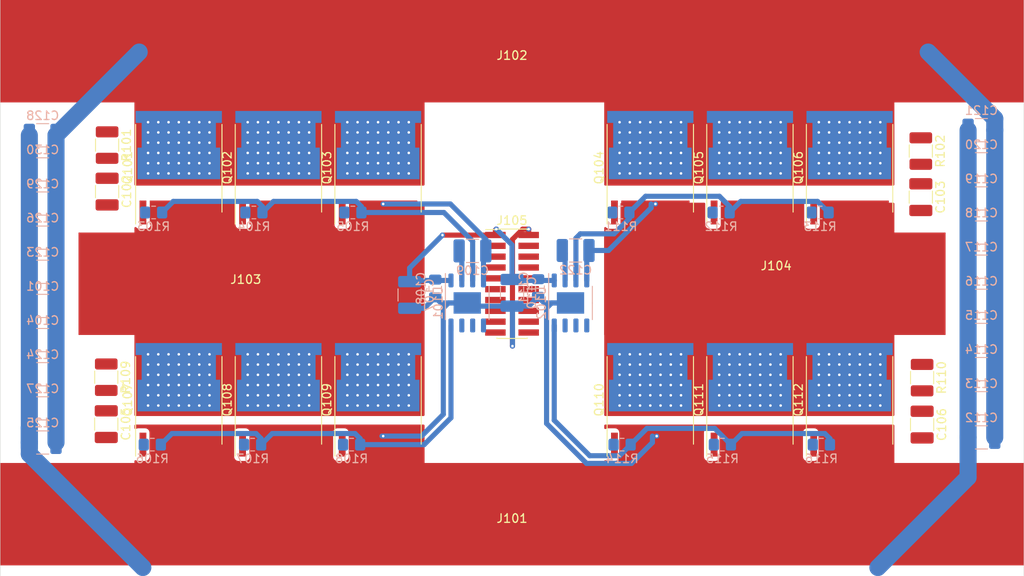
<source format=kicad_pcb>
(kicad_pcb (version 20171130) (host pcbnew 5.1.9)
  (layers (0 F.Cu signal) (31 B.Cu signal) (34 B.Paste user hide) (35 F.Paste user hide) (36 B.SilkS user hide) (37 F.SilkS user hide) (38 B.Mask user hide) (39 F.Mask user hide) (44 Edge.Cuts user hide))
  (net 0 "")
  (net 1 "Net-(C102-Pad1)")
  (net 2 /GH1_1)
  (net 3 /SL1)
  (net 4 /GL1_1)
  (net 5 /GH1_2)
  (net 6 /GL1_2)
  (net 7 /GH2_2)
  (net 8 /SL2)
  (net 9 /GL2_1)
  (net 10 /GL2_2)
  (net 11 GND)
  (net 12 /Vin)
  (net 13 /GH2_1)
  (net 14 "Net-(C105-Pad1)")
  (net 15 "Net-(C106-Pad1)")
  (net 16 "Net-(C103-Pad1)")
  (net 17 /GH1_3)
  (net 18 /GH2_3)
  (net 19 /GL1_3)
  (net 20 /GL3_3)
  (net 21 +15V)
  (net 22 "Net-(C109-Pad1)")
  (net 23 "Net-(C122-Pad1)")
  (net 24 /PWM_H1)
  (net 25 /PWM_L1)
  (net 26 /PWM_H2)
  (net 27 /PWM_L2)
  (net 28 "Net-(R103-Pad2)")
  (net 29 "Net-(R106-Pad2)")
  (net 30 "Net-(R111-Pad2)")
  (net 31 "Net-(R114-Pad2)")
  (module Switches:BusBar (layer F.Cu) (at 162.25 128.05)
    (fp_text reference J101 (at 0 0.5) (layer F.SilkS))
    (fp_text value BusBar)
    (pad 1 smd rect (at 0 0) (size 120 12) (layers F.Cu F.Paste F.Mask) (net 11 GND))
  )
  (module Switches:BusBar (layer F.Cu) (at 162.25 73.8)
    (fp_text reference J102 (at 0 0.5) (layer F.SilkS))
    (fp_text value BusBar)
    (pad 1 smd rect (at 0 0) (size 120 12) (layers F.Cu F.Paste F.Mask) (net 12 /Vin))
  )
  (module Resistor_SMD:R_0805_2012Metric_Pad1.20x1.40mm_HandSolder (layer B.Cu) (at 175.15 119.9)
    (fp_text reference R114 (at 0 1.65) (layer B.SilkS) (effects (justify mirror)))
    (fp_text value 4R7)
    (pad 2 smd roundrect (at 1 0) (size 1.2 1.4) (layers B.Cu B.Paste B.Mask) (roundrect_rratio 0.208333) (net 31 "Net-(R114-Pad2)"))
    (pad 1 smd roundrect (at -1 0) (size 1.2 1.4) (layers B.Cu B.Paste B.Mask) (roundrect_rratio 0.208333) (net 9 /GL2_1))
  )
  (module Resistor_SMD:R_0805_2012Metric_Pad1.20x1.40mm_HandSolder (layer B.Cu) (at 198.35 92.7)
    (fp_text reference R113 (at 0 1.65) (layer B.SilkS) (effects (justify mirror)))
    (fp_text value 4R7)
    (pad 2 smd roundrect (at 1 0) (size 1.2 1.4) (layers B.Cu B.Paste B.Mask) (roundrect_rratio 0.208333) (net 30 "Net-(R111-Pad2)"))
    (pad 1 smd roundrect (at -1 0) (size 1.2 1.4) (layers B.Cu B.Paste B.Mask) (roundrect_rratio 0.208333) (net 18 /GH2_3))
  )
  (module Resistor_SMD:R_0805_2012Metric_Pad1.20x1.40mm_HandSolder (layer B.Cu) (at 186.9 119.9)
    (fp_text reference R115 (at 0 1.65) (layer B.SilkS) (effects (justify mirror)))
    (fp_text value 4R7)
    (pad 2 smd roundrect (at 1 0) (size 1.2 1.4) (layers B.Cu B.Paste B.Mask) (roundrect_rratio 0.208333) (net 31 "Net-(R114-Pad2)"))
    (pad 1 smd roundrect (at -1 0) (size 1.2 1.4) (layers B.Cu B.Paste B.Mask) (roundrect_rratio 0.208333) (net 10 /GL2_2))
  )
  (module Resistor_SMD:R_0805_2012Metric_Pad1.20x1.40mm_HandSolder (layer B.Cu) (at 198.5 119.9)
    (fp_text reference R116 (at 0 1.65) (layer B.SilkS) (effects (justify mirror)))
    (fp_text value 4R7)
    (pad 2 smd roundrect (at 1 0) (size 1.2 1.4) (layers B.Cu B.Paste B.Mask) (roundrect_rratio 0.208333) (net 31 "Net-(R114-Pad2)"))
    (pad 1 smd roundrect (at -1 0) (size 1.2 1.4) (layers B.Cu B.Paste B.Mask) (roundrect_rratio 0.208333) (net 20 /GL3_3))
  )
  (module Resistor_SMD:R_0805_2012Metric_Pad1.20x1.40mm_HandSolder (layer B.Cu) (at 120.25 92.7)
    (fp_text reference R103 (at 0 1.65) (layer B.SilkS) (effects (justify mirror)))
    (fp_text value 4R7)
    (pad 2 smd roundrect (at 1 0) (size 1.2 1.4) (layers B.Cu B.Paste B.Mask) (roundrect_rratio 0.208333) (net 28 "Net-(R103-Pad2)"))
    (pad 1 smd roundrect (at -1 0) (size 1.2 1.4) (layers B.Cu B.Paste B.Mask) (roundrect_rratio 0.208333) (net 2 /GH1_1))
  )
  (module Capacitor_SMD:C_1210_3225Metric_Pad1.33x2.70mm_HandSolder (layer B.Cu) (at 169.7 97.15)
    (fp_text reference C122 (at 0 2.3) (layer B.SilkS) (effects (justify mirror)))
    (fp_text value 10uF)
    (pad 2 smd roundrect (at 1.5625 0) (size 1.325 2.7) (layers B.Cu B.Paste B.Mask) (roundrect_rratio 0.188679) (net 8 /SL2))
    (pad 1 smd roundrect (at -1.5625 0) (size 1.325 2.7) (layers B.Cu B.Paste B.Mask) (roundrect_rratio 0.188679) (net 23 "Net-(C122-Pad1)"))
  )
  (module Capacitor_SMD:C_1210_3225Metric_Pad1.33x2.70mm_HandSolder (layer B.Cu) (at 162.25 102.1125 90)
    (fp_text reference C110 (at 0 2.3 90) (layer B.SilkS) (effects (justify mirror)))
    (fp_text value 10uF)
    (pad 2 smd roundrect (at 1.5625 0 90) (size 1.325 2.7) (layers B.Cu B.Paste B.Mask) (roundrect_rratio 0.188679) (net 21 +15V))
    (pad 1 smd roundrect (at -1.5625 0 90) (size 1.325 2.7) (layers B.Cu B.Paste B.Mask) (roundrect_rratio 0.188679) (net 11 GND))
  )
  (module Capacitor_SMD:C_0805_2012Metric_Pad1.18x1.45mm_HandSolder (layer B.Cu) (at 153.25 101.6 270)
    (fp_text reference C108 (at 0 1.68 90) (layer B.SilkS) (effects (justify mirror)))
    (fp_text value 100nF)
    (pad 2 smd roundrect (at 1.0375 0 270) (size 1.175 1.45) (layers B.Cu B.Paste B.Mask) (roundrect_rratio 0.212766) (net 11 GND))
    (pad 1 smd roundrect (at -1.0375 0 270) (size 1.175 1.45) (layers B.Cu B.Paste B.Mask) (roundrect_rratio 0.212766) (net 21 +15V))
  )
  (module Resistor_SMD:R_0805_2012Metric_Pad1.20x1.40mm_HandSolder (layer B.Cu) (at 131.85 119.9)
    (fp_text reference R107 (at 0 1.65) (layer B.SilkS) (effects (justify mirror)))
    (fp_text value 4R7)
    (pad 2 smd roundrect (at 1 0) (size 1.2 1.4) (layers B.Cu B.Paste B.Mask) (roundrect_rratio 0.208333) (net 29 "Net-(R106-Pad2)"))
    (pad 1 smd roundrect (at -1 0) (size 1.2 1.4) (layers B.Cu B.Paste B.Mask) (roundrect_rratio 0.208333) (net 6 /GL1_2))
  )
  (module Capacitor_SMD:C_1210_3225Metric_Pad1.33x2.70mm_HandSolder (layer B.Cu) (at 217.25 107.05 180)
    (fp_text reference C115 (at 0 2.3) (layer B.SilkS) (effects (justify mirror)))
    (fp_text value 10u)
    (pad 2 smd roundrect (at 1.5625 0 180) (size 1.325 2.7) (layers B.Cu B.Paste B.Mask) (roundrect_rratio 0.188679) (net 11 GND))
    (pad 1 smd roundrect (at -1.5625 0 180) (size 1.325 2.7) (layers B.Cu B.Paste B.Mask) (roundrect_rratio 0.188679) (net 12 /Vin))
  )
  (module Capacitor_SMD:C_1210_3225Metric_Pad1.33x2.70mm_HandSolder (layer F.Cu) (at 210.3 117.55 270)
    (fp_text reference C106 (at 0 -2.3 90) (layer F.SilkS))
    (fp_text value 100n)
    (pad 2 smd roundrect (at 1.5625 0 270) (size 1.325 2.7) (layers F.Cu F.Paste F.Mask) (roundrect_rratio 0.188679) (net 11 GND))
    (pad 1 smd roundrect (at -1.5625 0 270) (size 1.325 2.7) (layers F.Cu F.Paste F.Mask) (roundrect_rratio 0.188679) (net 15 "Net-(C106-Pad1)"))
  )
  (module Capacitor_SMD:C_1210_3225Metric_Pad1.33x2.70mm_HandSolder (layer B.Cu) (at 150.25 102.3625 90)
    (fp_text reference C107 (at 0 2.3 90) (layer B.SilkS) (effects (justify mirror)))
    (fp_text value 10uF)
    (pad 2 smd roundrect (at 1.5625 0 90) (size 1.325 2.7) (layers B.Cu B.Paste B.Mask) (roundrect_rratio 0.188679) (net 21 +15V))
    (pad 1 smd roundrect (at -1.5625 0 90) (size 1.325 2.7) (layers B.Cu B.Paste B.Mask) (roundrect_rratio 0.188679) (net 11 GND))
  )
  (module Capacitor_SMD:C_1210_3225Metric_Pad1.33x2.70mm_HandSolder (layer B.Cu) (at 217.25 83.05 180)
    (fp_text reference C121 (at 0 2.3) (layer B.SilkS) (effects (justify mirror)))
    (fp_text value 10u)
    (pad 2 smd roundrect (at 1.5625 0 180) (size 1.325 2.7) (layers B.Cu B.Paste B.Mask) (roundrect_rratio 0.188679) (net 11 GND))
    (pad 1 smd roundrect (at -1.5625 0 180) (size 1.325 2.7) (layers B.Cu B.Paste B.Mask) (roundrect_rratio 0.188679) (net 12 /Vin))
  )
  (module Capacitor_SMD:C_1210_3225Metric_Pad1.33x2.70mm_HandSolder (layer B.Cu) (at 217.25 87.05 180)
    (fp_text reference C120 (at 0 2.3) (layer B.SilkS) (effects (justify mirror)))
    (fp_text value 10u)
    (pad 2 smd roundrect (at 1.5625 0 180) (size 1.325 2.7) (layers B.Cu B.Paste B.Mask) (roundrect_rratio 0.188679) (net 11 GND))
    (pad 1 smd roundrect (at -1.5625 0 180) (size 1.325 2.7) (layers B.Cu B.Paste B.Mask) (roundrect_rratio 0.188679) (net 12 /Vin))
  )
  (module Resistor_SMD:R_0805_2012Metric_Pad1.20x1.40mm_HandSolder (layer B.Cu) (at 132 92.7)
    (fp_text reference R104 (at 0 1.65) (layer B.SilkS) (effects (justify mirror)))
    (fp_text value 4R7)
    (pad 2 smd roundrect (at 1 0) (size 1.2 1.4) (layers B.Cu B.Paste B.Mask) (roundrect_rratio 0.208333) (net 28 "Net-(R103-Pad2)"))
    (pad 1 smd roundrect (at -1 0) (size 1.2 1.4) (layers B.Cu B.Paste B.Mask) (roundrect_rratio 0.208333) (net 5 /GH1_2))
  )
  (module Resistor_SMD:R_0805_2012Metric_Pad1.20x1.40mm_HandSolder (layer B.Cu) (at 143.6 92.7)
    (fp_text reference R105 (at 0 1.65) (layer B.SilkS) (effects (justify mirror)))
    (fp_text value 4R7)
    (pad 2 smd roundrect (at 1 0) (size 1.2 1.4) (layers B.Cu B.Paste B.Mask) (roundrect_rratio 0.208333) (net 28 "Net-(R103-Pad2)"))
    (pad 1 smd roundrect (at -1 0) (size 1.2 1.4) (layers B.Cu B.Paste B.Mask) (roundrect_rratio 0.208333) (net 17 /GH1_3))
  )
  (module Switches:BusBar (layer F.Cu) (at 193.2 99.45 180)
    (fp_text reference J104 (at 0 0.5 180) (layer F.SilkS))
    (fp_text value BusBar)
    (pad 1 smd rect (at 0.15 -1.6 180) (size 40 12) (layers F.Cu F.Paste F.Mask) (net 8 /SL2))
  )
  (module Capacitor_SMD:C_1210_3225Metric_Pad1.33x2.70mm_HandSolder (layer F.Cu) (at 210.15 90.9 270)
    (fp_text reference C103 (at 0 -2.3 90) (layer F.SilkS))
    (fp_text value 100n)
    (pad 2 smd roundrect (at 1.5625 0 270) (size 1.325 2.7) (layers F.Cu F.Paste F.Mask) (roundrect_rratio 0.188679) (net 8 /SL2))
    (pad 1 smd roundrect (at -1.5625 0 270) (size 1.325 2.7) (layers F.Cu F.Paste F.Mask) (roundrect_rratio 0.188679) (net 16 "Net-(C103-Pad1)"))
  )
  (module Capacitor_SMD:C_1210_3225Metric_Pad1.33x2.70mm_HandSolder (layer B.Cu) (at 217.25 111.05 180)
    (fp_text reference C114 (at 0 2.3) (layer B.SilkS) (effects (justify mirror)))
    (fp_text value 10u)
    (pad 2 smd roundrect (at 1.5625 0 180) (size 1.325 2.7) (layers B.Cu B.Paste B.Mask) (roundrect_rratio 0.188679) (net 11 GND))
    (pad 1 smd roundrect (at -1.5625 0 180) (size 1.325 2.7) (layers B.Cu B.Paste B.Mask) (roundrect_rratio 0.188679) (net 12 /Vin))
  )
  (module Capacitor_SMD:C_1210_3225Metric_Pad1.33x2.70mm_HandSolder (layer F.Cu) (at 114.8 90.25 270)
    (fp_text reference C102 (at 0 -2.3 90) (layer F.SilkS))
    (fp_text value 100n)
    (pad 2 smd roundrect (at 1.5625 0 270) (size 1.325 2.7) (layers F.Cu F.Paste F.Mask) (roundrect_rratio 0.188679) (net 3 /SL1))
    (pad 1 smd roundrect (at -1.5625 0 270) (size 1.325 2.7) (layers F.Cu F.Paste F.Mask) (roundrect_rratio 0.188679) (net 1 "Net-(C102-Pad1)"))
  )
  (module Resistor_SMD:R_1210_3225Metric_Pad1.30x2.65mm_HandSolder (layer F.Cu) (at 114.7 112 270)
    (fp_text reference R109 (at 0 -2.28 90) (layer F.SilkS))
    (fp_text value 10)
    (pad 2 smd roundrect (at 1.55 0 270) (size 1.3 2.65) (layers F.Cu F.Paste F.Mask) (roundrect_rratio 0.192308) (net 14 "Net-(C105-Pad1)"))
    (pad 1 smd roundrect (at -1.55 0 270) (size 1.3 2.65) (layers F.Cu F.Paste F.Mask) (roundrect_rratio 0.192308) (net 3 /SL1))
  )
  (module Capacitor_SMD:C_1210_3225Metric_Pad1.33x2.70mm_HandSolder (layer B.Cu) (at 217.25 119.05 180)
    (fp_text reference C112 (at 0 2.3) (layer B.SilkS) (effects (justify mirror)))
    (fp_text value 10u)
    (pad 2 smd roundrect (at 1.5625 0 180) (size 1.325 2.7) (layers B.Cu B.Paste B.Mask) (roundrect_rratio 0.188679) (net 11 GND))
    (pad 1 smd roundrect (at -1.5625 0 180) (size 1.325 2.7) (layers B.Cu B.Paste B.Mask) (roundrect_rratio 0.188679) (net 12 /Vin))
  )
  (module Connector_PinHeader_1.27mm:PinHeader_2x10_P1.27mm_Vertical_SMD (layer F.Cu) (at 162.25 101.05)
    (fp_text reference J105 (at 0 -7.41) (layer F.SilkS))
    (fp_text value Conn_02x03_Odd_Even)
    (pad 20 smd rect (at 1.95 5.715) (size 2.4 0.74) (layers F.Cu F.Paste F.Mask))
    (pad 19 smd rect (at -1.95 5.715) (size 2.4 0.74) (layers F.Cu F.Paste F.Mask))
    (pad 18 smd rect (at 1.95 4.445) (size 2.4 0.74) (layers F.Cu F.Paste F.Mask))
    (pad 17 smd rect (at -1.95 4.445) (size 2.4 0.74) (layers F.Cu F.Paste F.Mask))
    (pad 16 smd rect (at 1.95 3.175) (size 2.4 0.74) (layers F.Cu F.Paste F.Mask))
    (pad 15 smd rect (at -1.95 3.175) (size 2.4 0.74) (layers F.Cu F.Paste F.Mask) (net 24 /PWM_H1))
    (pad 14 smd rect (at 1.95 1.905) (size 2.4 0.74) (layers F.Cu F.Paste F.Mask))
    (pad 13 smd rect (at -1.95 1.905) (size 2.4 0.74) (layers F.Cu F.Paste F.Mask) (net 25 /PWM_L1))
    (pad 12 smd rect (at 1.95 0.635) (size 2.4 0.74) (layers F.Cu F.Paste F.Mask))
    (pad 11 smd rect (at -1.95 0.635) (size 2.4 0.74) (layers F.Cu F.Paste F.Mask) (net 26 /PWM_H2))
    (pad 10 smd rect (at 1.95 -0.635) (size 2.4 0.74) (layers F.Cu F.Paste F.Mask))
    (pad 9 smd rect (at -1.95 -0.635) (size 2.4 0.74) (layers F.Cu F.Paste F.Mask) (net 27 /PWM_L2))
    (pad 8 smd rect (at 1.95 -1.905) (size 2.4 0.74) (layers F.Cu F.Paste F.Mask))
    (pad 7 smd rect (at -1.95 -1.905) (size 2.4 0.74) (layers F.Cu F.Paste F.Mask))
    (pad 6 smd rect (at 1.95 -3.175) (size 2.4 0.74) (layers F.Cu F.Paste F.Mask))
    (pad 5 smd rect (at -1.95 -3.175) (size 2.4 0.74) (layers F.Cu F.Paste F.Mask))
    (pad 4 smd rect (at 1.95 -4.445) (size 2.4 0.74) (layers F.Cu F.Paste F.Mask))
    (pad 3 smd rect (at -1.95 -4.445) (size 2.4 0.74) (layers F.Cu F.Paste F.Mask))
    (pad 2 smd rect (at 1.95 -5.715) (size 2.4 0.74) (layers F.Cu F.Paste F.Mask) (net 11 GND))
    (pad 1 smd rect (at -1.95 -5.715) (size 2.4 0.74) (layers F.Cu F.Paste F.Mask) (net 21 +15V))
  )
  (module Resistor_SMD:R_0805_2012Metric_Pad1.20x1.40mm_HandSolder (layer B.Cu) (at 186.75 92.7)
    (fp_text reference R112 (at 0 1.65) (layer B.SilkS) (effects (justify mirror)))
    (fp_text value 4R7)
    (pad 2 smd roundrect (at 1 0) (size 1.2 1.4) (layers B.Cu B.Paste B.Mask) (roundrect_rratio 0.208333) (net 30 "Net-(R111-Pad2)"))
    (pad 1 smd roundrect (at -1 0) (size 1.2 1.4) (layers B.Cu B.Paste B.Mask) (roundrect_rratio 0.208333) (net 7 /GH2_2))
  )
  (module Resistor_SMD:R_0805_2012Metric_Pad1.20x1.40mm_HandSolder (layer B.Cu) (at 143.45 119.9)
    (fp_text reference R108 (at 0 1.65) (layer B.SilkS) (effects (justify mirror)))
    (fp_text value 4R7)
    (pad 2 smd roundrect (at 1 0) (size 1.2 1.4) (layers B.Cu B.Paste B.Mask) (roundrect_rratio 0.208333) (net 29 "Net-(R106-Pad2)"))
    (pad 1 smd roundrect (at -1 0) (size 1.2 1.4) (layers B.Cu B.Paste B.Mask) (roundrect_rratio 0.208333) (net 19 /GL1_3))
  )
  (module Capacitor_SMD:C_1210_3225Metric_Pad1.33x2.70mm_HandSolder (layer B.Cu) (at 217.25 115.05 180)
    (fp_text reference C113 (at 0 2.3) (layer B.SilkS) (effects (justify mirror)))
    (fp_text value 10u)
    (pad 2 smd roundrect (at 1.5625 0 180) (size 1.325 2.7) (layers B.Cu B.Paste B.Mask) (roundrect_rratio 0.188679) (net 11 GND))
    (pad 1 smd roundrect (at -1.5625 0 180) (size 1.325 2.7) (layers B.Cu B.Paste B.Mask) (roundrect_rratio 0.188679) (net 12 /Vin))
  )
  (module Capacitor_SMD:C_1210_3225Metric_Pad1.33x2.70mm_HandSolder (layer B.Cu) (at 217.25 91.05 180)
    (fp_text reference C119 (at 0 2.3) (layer B.SilkS) (effects (justify mirror)))
    (fp_text value 10u)
    (pad 2 smd roundrect (at 1.5625 0 180) (size 1.325 2.7) (layers B.Cu B.Paste B.Mask) (roundrect_rratio 0.188679) (net 11 GND))
    (pad 1 smd roundrect (at -1.5625 0 180) (size 1.325 2.7) (layers B.Cu B.Paste B.Mask) (roundrect_rratio 0.188679) (net 12 /Vin))
  )
  (module Capacitor_SMD:C_1210_3225Metric_Pad1.33x2.70mm_HandSolder (layer B.Cu) (at 217.25 99.05 180)
    (fp_text reference C117 (at 0 2.3) (layer B.SilkS) (effects (justify mirror)))
    (fp_text value 10u)
    (pad 2 smd roundrect (at 1.5625 0 180) (size 1.325 2.7) (layers B.Cu B.Paste B.Mask) (roundrect_rratio 0.188679) (net 11 GND))
    (pad 1 smd roundrect (at -1.5625 0 180) (size 1.325 2.7) (layers B.Cu B.Paste B.Mask) (roundrect_rratio 0.188679) (net 12 /Vin))
  )
  (module Capacitor_SMD:C_1210_3225Metric_Pad1.33x2.70mm_HandSolder (layer B.Cu) (at 157.6125 97.2)
    (fp_text reference C109 (at 0 2.3 180) (layer B.SilkS) (effects (justify mirror)))
    (fp_text value 10uF)
    (pad 2 smd roundrect (at 1.5625 0) (size 1.325 2.7) (layers B.Cu B.Paste B.Mask) (roundrect_rratio 0.188679) (net 3 /SL1))
    (pad 1 smd roundrect (at -1.5625 0) (size 1.325 2.7) (layers B.Cu B.Paste B.Mask) (roundrect_rratio 0.188679) (net 22 "Net-(C109-Pad1)"))
  )
  (module Resistor_SMD:R_1210_3225Metric_Pad1.30x2.65mm_HandSolder (layer F.Cu) (at 210.15 85.5 270)
    (fp_text reference R102 (at 0 -2.28 90) (layer F.SilkS))
    (fp_text value 10)
    (pad 2 smd roundrect (at 1.55 0 270) (size 1.3 2.65) (layers F.Cu F.Paste F.Mask) (roundrect_rratio 0.192308) (net 16 "Net-(C103-Pad1)"))
    (pad 1 smd roundrect (at -1.55 0 270) (size 1.3 2.65) (layers F.Cu F.Paste F.Mask) (roundrect_rratio 0.192308) (net 12 /Vin))
  )
  (module Resistor_SMD:R_1210_3225Metric_Pad1.30x2.65mm_HandSolder (layer F.Cu) (at 210.3 112.05 270)
    (fp_text reference R110 (at 0 -2.28 90) (layer F.SilkS))
    (fp_text value 10)
    (pad 2 smd roundrect (at 1.55 0 270) (size 1.3 2.65) (layers F.Cu F.Paste F.Mask) (roundrect_rratio 0.192308) (net 15 "Net-(C106-Pad1)"))
    (pad 1 smd roundrect (at -1.55 0 270) (size 1.3 2.65) (layers F.Cu F.Paste F.Mask) (roundrect_rratio 0.192308) (net 8 /SL2))
  )
  (module Resistor_SMD:R_0805_2012Metric_Pad1.20x1.40mm_HandSolder (layer B.Cu) (at 120.1 119.9)
    (fp_text reference R106 (at 0 1.65) (layer B.SilkS) (effects (justify mirror)))
    (fp_text value 4R7)
    (pad 2 smd roundrect (at 1 0) (size 1.2 1.4) (layers B.Cu B.Paste B.Mask) (roundrect_rratio 0.208333) (net 29 "Net-(R106-Pad2)"))
    (pad 1 smd roundrect (at -1 0) (size 1.2 1.4) (layers B.Cu B.Paste B.Mask) (roundrect_rratio 0.208333) (net 4 /GL1_1))
  )
  (module Resistor_SMD:R_0805_2012Metric_Pad1.20x1.40mm_HandSolder (layer B.Cu) (at 175 92.7)
    (fp_text reference R111 (at 0 1.65) (layer B.SilkS) (effects (justify mirror)))
    (fp_text value 4R7)
    (pad 2 smd roundrect (at 1 0) (size 1.2 1.4) (layers B.Cu B.Paste B.Mask) (roundrect_rratio 0.208333) (net 30 "Net-(R111-Pad2)"))
    (pad 1 smd roundrect (at -1 0) (size 1.2 1.4) (layers B.Cu B.Paste B.Mask) (roundrect_rratio 0.208333) (net 13 /GH2_1))
  )
  (module Capacitor_SMD:C_1210_3225Metric_Pad1.33x2.70mm_HandSolder (layer F.Cu) (at 114.7 117.5 270)
    (fp_text reference C105 (at 0 -2.3 90) (layer F.SilkS))
    (fp_text value 100n)
    (pad 2 smd roundrect (at 1.5625 0 270) (size 1.325 2.7) (layers F.Cu F.Paste F.Mask) (roundrect_rratio 0.188679) (net 11 GND))
    (pad 1 smd roundrect (at -1.5625 0 270) (size 1.325 2.7) (layers F.Cu F.Paste F.Mask) (roundrect_rratio 0.188679) (net 14 "Net-(C105-Pad1)"))
  )
  (module Resistor_SMD:R_1210_3225Metric_Pad1.30x2.65mm_HandSolder (layer F.Cu) (at 114.8 84.8 270)
    (fp_text reference R101 (at 0 -2.28 90) (layer F.SilkS))
    (fp_text value 10)
    (pad 2 smd roundrect (at 1.55 0 270) (size 1.3 2.65) (layers F.Cu F.Paste F.Mask) (roundrect_rratio 0.192308) (net 1 "Net-(C102-Pad1)"))
    (pad 1 smd roundrect (at -1.55 0 270) (size 1.3 2.65) (layers F.Cu F.Paste F.Mask) (roundrect_rratio 0.192308) (net 12 /Vin))
  )
  (module Capacitor_SMD:C_1210_3225Metric_Pad1.33x2.70mm_HandSolder (layer B.Cu) (at 217.25 95.05 180)
    (fp_text reference C118 (at 0 2.3) (layer B.SilkS) (effects (justify mirror)))
    (fp_text value 10u)
    (pad 2 smd roundrect (at 1.5625 0 180) (size 1.325 2.7) (layers B.Cu B.Paste B.Mask) (roundrect_rratio 0.188679) (net 11 GND))
    (pad 1 smd roundrect (at -1.5625 0 180) (size 1.325 2.7) (layers B.Cu B.Paste B.Mask) (roundrect_rratio 0.188679) (net 12 /Vin))
  )
  (module Capacitor_SMD:C_0805_2012Metric_Pad1.18x1.45mm_HandSolder (layer B.Cu) (at 165.3 101.55 270)
    (fp_text reference C111 (at 0 1.68 90) (layer B.SilkS) (effects (justify mirror)))
    (fp_text value 100nF)
    (pad 2 smd roundrect (at 1.0375 0 270) (size 1.175 1.45) (layers B.Cu B.Paste B.Mask) (roundrect_rratio 0.212766) (net 11 GND))
    (pad 1 smd roundrect (at -1.0375 0 270) (size 1.175 1.45) (layers B.Cu B.Paste B.Mask) (roundrect_rratio 0.212766) (net 21 +15V))
  )
  (module Capacitor_SMD:C_1210_3225Metric_Pad1.33x2.70mm_HandSolder (layer B.Cu) (at 217.25 103.05 180)
    (fp_text reference C116 (at 0 2.3) (layer B.SilkS) (effects (justify mirror)))
    (fp_text value 10u)
    (pad 2 smd roundrect (at 1.5625 0 180) (size 1.325 2.7) (layers B.Cu B.Paste B.Mask) (roundrect_rratio 0.188679) (net 11 GND))
    (pad 1 smd roundrect (at -1.5625 0 180) (size 1.325 2.7) (layers B.Cu B.Paste B.Mask) (roundrect_rratio 0.188679) (net 12 /Vin))
  )
  (module Switches:BusBar (layer F.Cu) (at 131.05 101.05 180)
    (fp_text reference J103 (at 0 0.5 180) (layer F.SilkS))
    (fp_text value BusBar)
    (pad 1 smd rect (at -0.4 0 180) (size 40 12) (layers F.Cu F.Paste F.Mask) (net 3 /SL1))
  )
  (module Package_SO:SOIC-8-1EP_3.9x4.9mm_P1.27mm_EP2.514x3.2mm (layer B.Cu) (at 169.1 103.3 270)
    (fp_text reference U102 (at 0 3.4 90) (layer B.SilkS) (effects (justify mirror)))
    (fp_text value UCC27211DDAR)
    (pad 9 smd rect (at 0 0 270) (size 2.514 3.2) (layers B.Cu B.Mask) (net 11 GND))
    (pad 8 smd roundrect (at 2.6375 1.905 270) (size 1.625 0.6) (layers B.Cu B.Paste B.Mask) (net 31 "Net-(R114-Pad2)"))
    (pad 7 smd roundrect (at 2.6375 0.635 270) (size 1.625 0.6) (layers B.Cu B.Paste B.Mask) (net 11 GND))
    (pad 6 smd roundrect (at 2.6375 -0.635 270) (size 1.625 0.6) (layers B.Cu B.Paste B.Mask) (net 27 /PWM_L2))
    (pad 5 smd roundrect (at 2.6375 -1.905 270) (size 1.625 0.6) (layers B.Cu B.Paste B.Mask) (net 26 /PWM_H2))
    (pad 4 smd roundrect (at -2.6375 -1.905 270) (size 1.625 0.6) (layers B.Cu B.Paste B.Mask) (net 8 /SL2))
    (pad 3 smd roundrect (at -2.6375 -0.635 270) (size 1.625 0.6) (layers B.Cu B.Paste B.Mask) (net 30 "Net-(R111-Pad2)"))
    (pad 2 smd roundrect (at -2.6375 0.635 270) (size 1.625 0.6) (layers B.Cu B.Paste B.Mask) (net 23 "Net-(C122-Pad1)"))
    (pad 1 smd roundrect (at -2.6375 1.905 270) (size 1.625 0.6) (layers B.Cu B.Paste B.Mask) (net 21 +15V))
  )
  (module Package_SO:SOIC-8-1EP_3.9x4.9mm_P1.27mm_EP2.514x3.2mm (layer B.Cu) (at 157 103.3 270)
    (fp_text reference U101 (at 0 3.4 90) (layer B.SilkS) (effects (justify mirror)))
    (fp_text value UCC27211DDAR)
    (pad 9 smd rect (at 0 0 270) (size 2.514 3.2) (layers B.Cu B.Mask) (net 11 GND))
    (pad 8 smd roundrect (at 2.6375 1.905 270) (size 1.625 0.6) (layers B.Cu B.Paste B.Mask) (net 29 "Net-(R106-Pad2)"))
    (pad 7 smd roundrect (at 2.6375 0.635 270) (size 1.625 0.6) (layers B.Cu B.Paste B.Mask) (net 11 GND))
    (pad 6 smd roundrect (at 2.6375 -0.635 270) (size 1.625 0.6) (layers B.Cu B.Paste B.Mask) (net 25 /PWM_L1))
    (pad 5 smd roundrect (at 2.6375 -1.905 270) (size 1.625 0.6) (layers B.Cu B.Paste B.Mask) (net 24 /PWM_H1))
    (pad 4 smd roundrect (at -2.6375 -1.905 270) (size 1.625 0.6) (layers B.Cu B.Paste B.Mask) (net 3 /SL1))
    (pad 3 smd roundrect (at -2.6375 -0.635 270) (size 1.625 0.6) (layers B.Cu B.Paste B.Mask) (net 28 "Net-(R103-Pad2)"))
    (pad 2 smd roundrect (at -2.6375 0.635 270) (size 1.625 0.6) (layers B.Cu B.Paste B.Mask) (net 22 "Net-(C109-Pad1)"))
    (pad 1 smd roundrect (at -2.6375 1.905 270) (size 1.625 0.6) (layers B.Cu B.Paste B.Mask) (net 21 +15V))
  )
  (module Capacitor_SMD:C_1210_3225Metric_Pad1.33x2.70mm_HandSolder (layer B.Cu) (at 107.25 95.65 180)
    (fp_text reference C126 (at 0 2.3) (layer B.SilkS) (effects (justify mirror)))
    (fp_text value 10u)
    (pad 2 smd roundrect (at 1.5625 0 180) (size 1.325 2.7) (layers B.Cu B.Paste B.Mask) (roundrect_rratio 0.188679) (net 11 GND))
    (pad 1 smd roundrect (at -1.5625 0 180) (size 1.325 2.7) (layers B.Cu B.Paste B.Mask) (roundrect_rratio 0.188679) (net 12 /Vin))
  )
  (module Capacitor_SMD:C_1210_3225Metric_Pad1.33x2.70mm_HandSolder (layer B.Cu) (at 107.25 115.65 180)
    (fp_text reference C127 (at 0 2.3) (layer B.SilkS) (effects (justify mirror)))
    (fp_text value 10u)
    (pad 2 smd roundrect (at 1.5625 0 180) (size 1.325 2.7) (layers B.Cu B.Paste B.Mask) (roundrect_rratio 0.188679) (net 11 GND))
    (pad 1 smd roundrect (at -1.5625 0 180) (size 1.325 2.7) (layers B.Cu B.Paste B.Mask) (roundrect_rratio 0.188679) (net 12 /Vin))
  )
  (module Capacitor_SMD:C_1210_3225Metric_Pad1.33x2.70mm_HandSolder (layer B.Cu) (at 107.25 87.65 180)
    (fp_text reference C130 (at 0 2.3) (layer B.SilkS) (effects (justify mirror)))
    (fp_text value 10u)
    (pad 2 smd roundrect (at 1.5625 0 180) (size 1.325 2.7) (layers B.Cu B.Paste B.Mask) (roundrect_rratio 0.188679) (net 11 GND))
    (pad 1 smd roundrect (at -1.5625 0 180) (size 1.325 2.7) (layers B.Cu B.Paste B.Mask) (roundrect_rratio 0.188679) (net 12 /Vin))
  )
  (module Capacitor_SMD:C_1210_3225Metric_Pad1.33x2.70mm_HandSolder (layer B.Cu) (at 107.25 103.65 180)
    (fp_text reference C101 (at 0 2.3) (layer B.SilkS) (effects (justify mirror)))
    (fp_text value 10u)
    (pad 2 smd roundrect (at 1.5625 0 180) (size 1.325 2.7) (layers B.Cu B.Paste B.Mask) (roundrect_rratio 0.188679) (net 11 GND))
    (pad 1 smd roundrect (at -1.5625 0 180) (size 1.325 2.7) (layers B.Cu B.Paste B.Mask) (roundrect_rratio 0.188679) (net 12 /Vin))
  )
  (module Capacitor_SMD:C_1210_3225Metric_Pad1.33x2.70mm_HandSolder (layer B.Cu) (at 107.25 119.65 180)
    (fp_text reference C125 (at 0 2.3) (layer B.SilkS) (effects (justify mirror)))
    (fp_text value 10u)
    (pad 2 smd roundrect (at 1.5625 0 180) (size 1.325 2.7) (layers B.Cu B.Paste B.Mask) (roundrect_rratio 0.188679) (net 11 GND))
    (pad 1 smd roundrect (at -1.5625 0 180) (size 1.325 2.7) (layers B.Cu B.Paste B.Mask) (roundrect_rratio 0.188679) (net 12 /Vin))
  )
  (module Capacitor_SMD:C_1210_3225Metric_Pad1.33x2.70mm_HandSolder (layer B.Cu) (at 107.25 83.65 180)
    (fp_text reference C128 (at 0 2.3) (layer B.SilkS) (effects (justify mirror)))
    (fp_text value 10u)
    (pad 2 smd roundrect (at 1.5625 0 180) (size 1.325 2.7) (layers B.Cu B.Paste B.Mask) (roundrect_rratio 0.188679) (net 11 GND))
    (pad 1 smd roundrect (at -1.5625 0 180) (size 1.325 2.7) (layers B.Cu B.Paste B.Mask) (roundrect_rratio 0.188679) (net 12 /Vin))
  )
  (module Capacitor_SMD:C_1210_3225Metric_Pad1.33x2.70mm_HandSolder (layer B.Cu) (at 107.25 107.65 180)
    (fp_text reference C104 (at 0 2.3) (layer B.SilkS) (effects (justify mirror)))
    (fp_text value 10u)
    (pad 2 smd roundrect (at 1.5625 0 180) (size 1.325 2.7) (layers B.Cu B.Paste B.Mask) (roundrect_rratio 0.188679) (net 11 GND))
    (pad 1 smd roundrect (at -1.5625 0 180) (size 1.325 2.7) (layers B.Cu B.Paste B.Mask) (roundrect_rratio 0.188679) (net 12 /Vin))
  )
  (module Capacitor_SMD:C_1210_3225Metric_Pad1.33x2.70mm_HandSolder (layer B.Cu) (at 107.25 111.65 180)
    (fp_text reference C124 (at 0 2.3) (layer B.SilkS) (effects (justify mirror)))
    (fp_text value 10u)
    (pad 2 smd roundrect (at 1.5625 0 180) (size 1.325 2.7) (layers B.Cu B.Paste B.Mask) (roundrect_rratio 0.188679) (net 11 GND))
    (pad 1 smd roundrect (at -1.5625 0 180) (size 1.325 2.7) (layers B.Cu B.Paste B.Mask) (roundrect_rratio 0.188679) (net 12 /Vin))
  )
  (module Capacitor_SMD:C_1210_3225Metric_Pad1.33x2.70mm_HandSolder (layer B.Cu) (at 107.25 99.65 180)
    (fp_text reference C123 (at 0 2.3) (layer B.SilkS) (effects (justify mirror)))
    (fp_text value 10u)
    (pad 2 smd roundrect (at 1.5625 0 180) (size 1.325 2.7) (layers B.Cu B.Paste B.Mask) (roundrect_rratio 0.188679) (net 11 GND))
    (pad 1 smd roundrect (at -1.5625 0 180) (size 1.325 2.7) (layers B.Cu B.Paste B.Mask) (roundrect_rratio 0.188679) (net 12 /Vin))
  )
  (module Capacitor_SMD:C_1210_3225Metric_Pad1.33x2.70mm_HandSolder (layer B.Cu) (at 107.25 91.65 180)
    (fp_text reference C129 (at 0 2.3) (layer B.SilkS) (effects (justify mirror)))
    (fp_text value 10u)
    (pad 2 smd roundrect (at 1.5625 0 180) (size 1.325 2.7) (layers B.Cu B.Paste B.Mask) (roundrect_rratio 0.188679) (net 11 GND))
    (pad 1 smd roundrect (at -1.5625 0 180) (size 1.325 2.7) (layers B.Cu B.Paste B.Mask) (roundrect_rratio 0.188679) (net 12 /Vin))
  )
  (module Package_TO_SOT_SMD:Infineon_PG-HSOF-8-1_ThermalVias (layer F.Cu) (at 178.45 87.45 90)
    (fp_text reference Q104 (at 0 -6 90) (layer F.SilkS))
    (fp_text value IPT015N10N5)
    (pad 3 thru_hole circle (at 5.33 0 90) (size 0.6 0.6) (drill 0.3) (layers *.Cu) (net 12 /Vin))
    (pad 3 thru_hole circle (at 4.13 0 90) (size 0.6 0.6) (drill 0.3) (layers *.Cu) (net 12 /Vin))
    (pad 3 thru_hole circle (at -0.67 1.2 90) (size 0.6 0.6) (drill 0.3) (layers *.Cu) (net 12 /Vin))
    (pad 3 thru_hole circle (at 1.73 1.2 90) (size 0.6 0.6) (drill 0.3) (layers *.Cu) (net 12 /Vin))
    (pad 3 thru_hole circle (at 0.53 1.2 90) (size 0.6 0.6) (drill 0.3) (layers *.Cu) (net 12 /Vin))
    (pad 3 thru_hole circle (at 1.73 2.4 90) (size 0.6 0.6) (drill 0.3) (layers *.Cu) (net 12 /Vin))
    (pad 3 thru_hole circle (at 5.33 3.6 90) (size 0.6 0.6) (drill 0.3) (layers *.Cu) (net 12 /Vin))
    (pad 3 thru_hole circle (at 4.13 1.2 90) (size 0.6 0.6) (drill 0.3) (layers *.Cu) (net 12 /Vin))
    (pad 3 thru_hole circle (at 2.93 2.4 90) (size 0.6 0.6) (drill 0.3) (layers *.Cu) (net 12 /Vin))
    (pad 3 thru_hole circle (at 4.13 2.4 90) (size 0.6 0.6) (drill 0.3) (layers *.Cu) (net 12 /Vin))
    (pad 3 thru_hole circle (at 4.13 3.6 90) (size 0.6 0.6) (drill 0.3) (layers *.Cu) (net 12 /Vin))
    (pad 3 thru_hole circle (at 2.93 1.2 90) (size 0.6 0.6) (drill 0.3) (layers *.Cu) (net 12 /Vin))
    (pad 3 thru_hole circle (at 2.93 3.6 90) (size 0.6 0.6) (drill 0.3) (layers *.Cu) (net 12 /Vin))
    (pad 3 thru_hole circle (at 5.33 2.4 90) (size 0.6 0.6) (drill 0.3) (layers *.Cu) (net 12 /Vin))
    (pad 3 thru_hole circle (at 5.33 1.2 90) (size 0.6 0.6) (drill 0.3) (layers *.Cu) (net 12 /Vin))
    (pad 3 thru_hole circle (at -0.67 3.6 90) (size 0.6 0.6) (drill 0.3) (layers *.Cu) (net 12 /Vin))
    (pad 3 thru_hole circle (at -0.67 2.4 90) (size 0.6 0.6) (drill 0.3) (layers *.Cu) (net 12 /Vin))
    (pad 3 thru_hole circle (at 0.53 2.4 90) (size 0.6 0.6) (drill 0.3) (layers *.Cu) (net 12 /Vin))
    (pad 3 thru_hole circle (at 0.53 3.6 90) (size 0.6 0.6) (drill 0.3) (layers *.Cu) (net 12 /Vin))
    (pad 3 thru_hole circle (at 1.73 3.6 90) (size 0.6 0.6) (drill 0.3) (layers *.Cu) (net 12 /Vin))
    (pad 3 thru_hole circle (at 2.93 0 90) (size 0.6 0.6) (drill 0.3) (layers *.Cu) (net 12 /Vin))
    (pad 3 thru_hole circle (at 1.73 0 90) (size 0.6 0.6) (drill 0.3) (layers *.Cu) (net 12 /Vin))
    (pad 3 thru_hole circle (at -0.67 0 90) (size 0.6 0.6) (drill 0.3) (layers *.Cu) (net 12 /Vin))
    (pad 3 thru_hole circle (at 0.53 0 90) (size 0.6 0.6) (drill 0.3) (layers *.Cu) (net 12 /Vin))
    (pad 3 thru_hole circle (at 4.13 -1.2 90) (size 0.6 0.6) (drill 0.3) (layers *.Cu) (net 12 /Vin))
    (pad 3 thru_hole circle (at 5.33 -1.2 90) (size 0.6 0.6) (drill 0.3) (layers *.Cu) (net 12 /Vin))
    (pad 3 thru_hole circle (at 1.73 -1.2 90) (size 0.6 0.6) (drill 0.3) (layers *.Cu) (net 12 /Vin))
    (pad 3 thru_hole circle (at 2.93 -1.2 90) (size 0.6 0.6) (drill 0.3) (layers *.Cu) (net 12 /Vin))
    (pad 3 thru_hole circle (at 0.53 -1.2 90) (size 0.6 0.6) (drill 0.3) (layers *.Cu) (net 12 /Vin))
    (pad 3 thru_hole circle (at -0.67 -1.2 90) (size 0.6 0.6) (drill 0.3) (layers *.Cu) (net 12 /Vin))
    (pad 3 thru_hole circle (at 0.53 -2.4 90) (size 0.6 0.6) (drill 0.3) (layers *.Cu) (net 12 /Vin))
    (pad 3 thru_hole circle (at -0.67 -2.4 90) (size 0.6 0.6) (drill 0.3) (layers *.Cu) (net 12 /Vin))
    (pad 3 thru_hole circle (at 1.73 -2.4 90) (size 0.6 0.6) (drill 0.3) (layers *.Cu) (net 12 /Vin))
    (pad 3 thru_hole circle (at 2.93 -2.4 90) (size 0.6 0.6) (drill 0.3) (layers *.Cu) (net 12 /Vin))
    (pad 3 thru_hole circle (at 4.13 -2.4 90) (size 0.6 0.6) (drill 0.3) (layers *.Cu) (net 12 /Vin))
    (pad 3 thru_hole circle (at 5.33 -2.4 90) (size 0.6 0.6) (drill 0.3) (layers *.Cu) (net 12 /Vin))
    (pad 3 thru_hole circle (at 1.73 -3.6 90) (size 0.6 0.6) (drill 0.3) (layers *.Cu) (net 12 /Vin))
    (pad 3 thru_hole circle (at -0.67 -3.6 90) (size 0.6 0.6) (drill 0.3) (layers *.Cu) (net 12 /Vin))
    (pad 3 thru_hole circle (at 0.53 -3.6 90) (size 0.6 0.6) (drill 0.3) (layers *.Cu) (net 12 /Vin))
    (pad 3 thru_hole circle (at 2.93 -3.6 90) (size 0.6 0.6) (drill 0.3) (layers *.Cu) (net 12 /Vin))
    (pad 3 thru_hole circle (at 5.33 -3.6 90) (size 0.6 0.6) (drill 0.3) (layers *.Cu) (net 12 /Vin))
    (pad 3 thru_hole circle (at 4.13 -3.6 90) (size 0.6 0.6) (drill 0.3) (layers *.Cu) (net 12 /Vin))
    (pad 2 smd custom (at -4.25 0.6 90) (size 0.8 8) (layers F.Cu F.Mask) (net 8 /SL2) (options (clearance outline) (anchor rect)) (primitives (gr_poly (pts (xy -0.4 -4) (xy -2.4 -4) (xy -2.4 -3.2) (xy -0.4 -3.2)) (width 0)) (gr_poly (pts (xy -0.4 -2.8) (xy -2.4 -2.8) (xy -2.4 -2) (xy -0.4 -2)) (width 0)) (gr_poly (pts (xy -0.4 -1.6) (xy -2.4 -1.6) (xy -2.4 -0.8) (xy -0.4 -0.8)) (width 0)) (gr_poly (pts (xy -0.4 -0.4) (xy -2.4 -0.4) (xy -2.4 0.4) (xy -0.4 0.4)) (width 0)) (gr_poly (pts (xy -0.4 0.8) (xy -2.4 0.8) (xy -2.4 1.6) (xy -0.4 1.6)) (width 0)) (gr_poly (pts (xy -0.4 2) (xy -2.4 2) (xy -2.4 2.8) (xy -0.4 2.8)) (width 0)) (gr_poly (pts (xy -0.4 3.2) (xy -2.4 3.2) (xy -2.4 4) (xy -0.4 4)) (width 0))))
    (pad 1 smd rect (at -5.25 -4.2 90) (size 2.8 0.8) (layers F.Cu F.Mask) (net 13 /GH2_1))
    (pad 3 smd custom (at 3.8 0 90) (size 2.9 8.7) (layers F.Cu F.Mask) (net 12 /Vin) (options (clearance outline) (anchor rect)) (primitives (gr_poly (pts (xy 1.45 -5.05) (xy 2.85 -5.05) (xy 2.85 5.05) (xy 1.45 5.05)) (width 0)) (gr_poly (pts (xy -1.45 -4.85) (xy -5.15 -4.85) (xy -5.15 4.85) (xy -1.45 4.85)) (width 0))))
    (pad 3 smd custom (at 3.8 0 90) (size 2.9 8.7) (layers B.Cu) (net 12 /Vin) (options (clearance outline) (anchor rect)) (primitives (gr_poly (pts (xy 1.45 -5.05) (xy 2.85 -5.05) (xy 2.85 5.05) (xy 1.45 5.05)) (width 0)) (gr_poly (pts (xy -1.45 -4.85) (xy -5.15 -4.85) (xy -5.15 4.85) (xy -1.45 4.85)) (width 0))))
  )
  (module Package_TO_SOT_SMD:Infineon_PG-HSOF-8-1_ThermalVias (layer F.Cu) (at 201.8 114.65 90)
    (fp_text reference Q112 (at 0 -6 90) (layer F.SilkS))
    (fp_text value IPT015N10N5)
    (pad 3 thru_hole circle (at 5.33 0 90) (size 0.6 0.6) (drill 0.3) (layers *.Cu) (net 8 /SL2))
    (pad 3 thru_hole circle (at 4.13 0 90) (size 0.6 0.6) (drill 0.3) (layers *.Cu) (net 8 /SL2))
    (pad 3 thru_hole circle (at -0.67 1.2 90) (size 0.6 0.6) (drill 0.3) (layers *.Cu) (net 8 /SL2))
    (pad 3 thru_hole circle (at 1.73 1.2 90) (size 0.6 0.6) (drill 0.3) (layers *.Cu) (net 8 /SL2))
    (pad 3 thru_hole circle (at 0.53 1.2 90) (size 0.6 0.6) (drill 0.3) (layers *.Cu) (net 8 /SL2))
    (pad 3 thru_hole circle (at 1.73 2.4 90) (size 0.6 0.6) (drill 0.3) (layers *.Cu) (net 8 /SL2))
    (pad 3 thru_hole circle (at 5.33 3.6 90) (size 0.6 0.6) (drill 0.3) (layers *.Cu) (net 8 /SL2))
    (pad 3 thru_hole circle (at 4.13 1.2 90) (size 0.6 0.6) (drill 0.3) (layers *.Cu) (net 8 /SL2))
    (pad 3 thru_hole circle (at 2.93 2.4 90) (size 0.6 0.6) (drill 0.3) (layers *.Cu) (net 8 /SL2))
    (pad 3 thru_hole circle (at 4.13 2.4 90) (size 0.6 0.6) (drill 0.3) (layers *.Cu) (net 8 /SL2))
    (pad 3 thru_hole circle (at 4.13 3.6 90) (size 0.6 0.6) (drill 0.3) (layers *.Cu) (net 8 /SL2))
    (pad 3 thru_hole circle (at 2.93 1.2 90) (size 0.6 0.6) (drill 0.3) (layers *.Cu) (net 8 /SL2))
    (pad 3 thru_hole circle (at 2.93 3.6 90) (size 0.6 0.6) (drill 0.3) (layers *.Cu) (net 8 /SL2))
    (pad 3 thru_hole circle (at 5.33 2.4 90) (size 0.6 0.6) (drill 0.3) (layers *.Cu) (net 8 /SL2))
    (pad 3 thru_hole circle (at 5.33 1.2 90) (size 0.6 0.6) (drill 0.3) (layers *.Cu) (net 8 /SL2))
    (pad 3 thru_hole circle (at -0.67 3.6 90) (size 0.6 0.6) (drill 0.3) (layers *.Cu) (net 8 /SL2))
    (pad 3 thru_hole circle (at -0.67 2.4 90) (size 0.6 0.6) (drill 0.3) (layers *.Cu) (net 8 /SL2))
    (pad 3 thru_hole circle (at 0.53 2.4 90) (size 0.6 0.6) (drill 0.3) (layers *.Cu) (net 8 /SL2))
    (pad 3 thru_hole circle (at 0.53 3.6 90) (size 0.6 0.6) (drill 0.3) (layers *.Cu) (net 8 /SL2))
    (pad 3 thru_hole circle (at 1.73 3.6 90) (size 0.6 0.6) (drill 0.3) (layers *.Cu) (net 8 /SL2))
    (pad 3 thru_hole circle (at 2.93 0 90) (size 0.6 0.6) (drill 0.3) (layers *.Cu) (net 8 /SL2))
    (pad 3 thru_hole circle (at 1.73 0 90) (size 0.6 0.6) (drill 0.3) (layers *.Cu) (net 8 /SL2))
    (pad 3 thru_hole circle (at -0.67 0 90) (size 0.6 0.6) (drill 0.3) (layers *.Cu) (net 8 /SL2))
    (pad 3 thru_hole circle (at 0.53 0 90) (size 0.6 0.6) (drill 0.3) (layers *.Cu) (net 8 /SL2))
    (pad 3 thru_hole circle (at 4.13 -1.2 90) (size 0.6 0.6) (drill 0.3) (layers *.Cu) (net 8 /SL2))
    (pad 3 thru_hole circle (at 5.33 -1.2 90) (size 0.6 0.6) (drill 0.3) (layers *.Cu) (net 8 /SL2))
    (pad 3 thru_hole circle (at 1.73 -1.2 90) (size 0.6 0.6) (drill 0.3) (layers *.Cu) (net 8 /SL2))
    (pad 3 thru_hole circle (at 2.93 -1.2 90) (size 0.6 0.6) (drill 0.3) (layers *.Cu) (net 8 /SL2))
    (pad 3 thru_hole circle (at 0.53 -1.2 90) (size 0.6 0.6) (drill 0.3) (layers *.Cu) (net 8 /SL2))
    (pad 3 thru_hole circle (at -0.67 -1.2 90) (size 0.6 0.6) (drill 0.3) (layers *.Cu) (net 8 /SL2))
    (pad 3 thru_hole circle (at 0.53 -2.4 90) (size 0.6 0.6) (drill 0.3) (layers *.Cu) (net 8 /SL2))
    (pad 3 thru_hole circle (at -0.67 -2.4 90) (size 0.6 0.6) (drill 0.3) (layers *.Cu) (net 8 /SL2))
    (pad 3 thru_hole circle (at 1.73 -2.4 90) (size 0.6 0.6) (drill 0.3) (layers *.Cu) (net 8 /SL2))
    (pad 3 thru_hole circle (at 2.93 -2.4 90) (size 0.6 0.6) (drill 0.3) (layers *.Cu) (net 8 /SL2))
    (pad 3 thru_hole circle (at 4.13 -2.4 90) (size 0.6 0.6) (drill 0.3) (layers *.Cu) (net 8 /SL2))
    (pad 3 thru_hole circle (at 5.33 -2.4 90) (size 0.6 0.6) (drill 0.3) (layers *.Cu) (net 8 /SL2))
    (pad 3 thru_hole circle (at 1.73 -3.6 90) (size 0.6 0.6) (drill 0.3) (layers *.Cu) (net 8 /SL2))
    (pad 3 thru_hole circle (at -0.67 -3.6 90) (size 0.6 0.6) (drill 0.3) (layers *.Cu) (net 8 /SL2))
    (pad 3 thru_hole circle (at 0.53 -3.6 90) (size 0.6 0.6) (drill 0.3) (layers *.Cu) (net 8 /SL2))
    (pad 3 thru_hole circle (at 2.93 -3.6 90) (size 0.6 0.6) (drill 0.3) (layers *.Cu) (net 8 /SL2))
    (pad 3 thru_hole circle (at 5.33 -3.6 90) (size 0.6 0.6) (drill 0.3) (layers *.Cu) (net 8 /SL2))
    (pad 3 thru_hole circle (at 4.13 -3.6 90) (size 0.6 0.6) (drill 0.3) (layers *.Cu) (net 8 /SL2))
    (pad 2 smd custom (at -4.25 0.6 90) (size 0.8 8) (layers F.Cu F.Mask) (net 11 GND) (options (clearance outline) (anchor rect)) (primitives (gr_poly (pts (xy -0.4 -4) (xy -2.4 -4) (xy -2.4 -3.2) (xy -0.4 -3.2)) (width 0)) (gr_poly (pts (xy -0.4 -2.8) (xy -2.4 -2.8) (xy -2.4 -2) (xy -0.4 -2)) (width 0)) (gr_poly (pts (xy -0.4 -1.6) (xy -2.4 -1.6) (xy -2.4 -0.8) (xy -0.4 -0.8)) (width 0)) (gr_poly (pts (xy -0.4 -0.4) (xy -2.4 -0.4) (xy -2.4 0.4) (xy -0.4 0.4)) (width 0)) (gr_poly (pts (xy -0.4 0.8) (xy -2.4 0.8) (xy -2.4 1.6) (xy -0.4 1.6)) (width 0)) (gr_poly (pts (xy -0.4 2) (xy -2.4 2) (xy -2.4 2.8) (xy -0.4 2.8)) (width 0)) (gr_poly (pts (xy -0.4 3.2) (xy -2.4 3.2) (xy -2.4 4) (xy -0.4 4)) (width 0))))
    (pad 1 smd rect (at -5.25 -4.2 90) (size 2.8 0.8) (layers F.Cu F.Mask) (net 20 /GL3_3))
    (pad 3 smd custom (at 3.8 0 90) (size 2.9 8.7) (layers F.Cu F.Mask) (net 8 /SL2) (options (clearance outline) (anchor rect)) (primitives (gr_poly (pts (xy 1.45 -5.05) (xy 2.85 -5.05) (xy 2.85 5.05) (xy 1.45 5.05)) (width 0)) (gr_poly (pts (xy -1.45 -4.85) (xy -5.15 -4.85) (xy -5.15 4.85) (xy -1.45 4.85)) (width 0))))
    (pad 3 smd custom (at 3.8 0 90) (size 2.9 8.7) (layers B.Cu) (net 8 /SL2) (options (clearance outline) (anchor rect)) (primitives (gr_poly (pts (xy 1.45 -5.05) (xy 2.85 -5.05) (xy 2.85 5.05) (xy 1.45 5.05)) (width 0)) (gr_poly (pts (xy -1.45 -4.85) (xy -5.15 -4.85) (xy -5.15 4.85) (xy -1.45 4.85)) (width 0))))
  )
  (module Package_TO_SOT_SMD:Infineon_PG-HSOF-8-1_ThermalVias (layer F.Cu) (at 190.125 114.65 90)
    (fp_text reference Q111 (at 0 -6 90) (layer F.SilkS))
    (fp_text value IPT015N10N5)
    (pad 3 thru_hole circle (at 5.33 0 90) (size 0.6 0.6) (drill 0.3) (layers *.Cu) (net 8 /SL2))
    (pad 3 thru_hole circle (at 4.13 0 90) (size 0.6 0.6) (drill 0.3) (layers *.Cu) (net 8 /SL2))
    (pad 3 thru_hole circle (at -0.67 1.2 90) (size 0.6 0.6) (drill 0.3) (layers *.Cu) (net 8 /SL2))
    (pad 3 thru_hole circle (at 1.73 1.2 90) (size 0.6 0.6) (drill 0.3) (layers *.Cu) (net 8 /SL2))
    (pad 3 thru_hole circle (at 0.53 1.2 90) (size 0.6 0.6) (drill 0.3) (layers *.Cu) (net 8 /SL2))
    (pad 3 thru_hole circle (at 1.73 2.4 90) (size 0.6 0.6) (drill 0.3) (layers *.Cu) (net 8 /SL2))
    (pad 3 thru_hole circle (at 5.33 3.6 90) (size 0.6 0.6) (drill 0.3) (layers *.Cu) (net 8 /SL2))
    (pad 3 thru_hole circle (at 4.13 1.2 90) (size 0.6 0.6) (drill 0.3) (layers *.Cu) (net 8 /SL2))
    (pad 3 thru_hole circle (at 2.93 2.4 90) (size 0.6 0.6) (drill 0.3) (layers *.Cu) (net 8 /SL2))
    (pad 3 thru_hole circle (at 4.13 2.4 90) (size 0.6 0.6) (drill 0.3) (layers *.Cu) (net 8 /SL2))
    (pad 3 thru_hole circle (at 4.13 3.6 90) (size 0.6 0.6) (drill 0.3) (layers *.Cu) (net 8 /SL2))
    (pad 3 thru_hole circle (at 2.93 1.2 90) (size 0.6 0.6) (drill 0.3) (layers *.Cu) (net 8 /SL2))
    (pad 3 thru_hole circle (at 2.93 3.6 90) (size 0.6 0.6) (drill 0.3) (layers *.Cu) (net 8 /SL2))
    (pad 3 thru_hole circle (at 5.33 2.4 90) (size 0.6 0.6) (drill 0.3) (layers *.Cu) (net 8 /SL2))
    (pad 3 thru_hole circle (at 5.33 1.2 90) (size 0.6 0.6) (drill 0.3) (layers *.Cu) (net 8 /SL2))
    (pad 3 thru_hole circle (at -0.67 3.6 90) (size 0.6 0.6) (drill 0.3) (layers *.Cu) (net 8 /SL2))
    (pad 3 thru_hole circle (at -0.67 2.4 90) (size 0.6 0.6) (drill 0.3) (layers *.Cu) (net 8 /SL2))
    (pad 3 thru_hole circle (at 0.53 2.4 90) (size 0.6 0.6) (drill 0.3) (layers *.Cu) (net 8 /SL2))
    (pad 3 thru_hole circle (at 0.53 3.6 90) (size 0.6 0.6) (drill 0.3) (layers *.Cu) (net 8 /SL2))
    (pad 3 thru_hole circle (at 1.73 3.6 90) (size 0.6 0.6) (drill 0.3) (layers *.Cu) (net 8 /SL2))
    (pad 3 thru_hole circle (at 2.93 0 90) (size 0.6 0.6) (drill 0.3) (layers *.Cu) (net 8 /SL2))
    (pad 3 thru_hole circle (at 1.73 0 90) (size 0.6 0.6) (drill 0.3) (layers *.Cu) (net 8 /SL2))
    (pad 3 thru_hole circle (at -0.67 0 90) (size 0.6 0.6) (drill 0.3) (layers *.Cu) (net 8 /SL2))
    (pad 3 thru_hole circle (at 0.53 0 90) (size 0.6 0.6) (drill 0.3) (layers *.Cu) (net 8 /SL2))
    (pad 3 thru_hole circle (at 4.13 -1.2 90) (size 0.6 0.6) (drill 0.3) (layers *.Cu) (net 8 /SL2))
    (pad 3 thru_hole circle (at 5.33 -1.2 90) (size 0.6 0.6) (drill 0.3) (layers *.Cu) (net 8 /SL2))
    (pad 3 thru_hole circle (at 1.73 -1.2 90) (size 0.6 0.6) (drill 0.3) (layers *.Cu) (net 8 /SL2))
    (pad 3 thru_hole circle (at 2.93 -1.2 90) (size 0.6 0.6) (drill 0.3) (layers *.Cu) (net 8 /SL2))
    (pad 3 thru_hole circle (at 0.53 -1.2 90) (size 0.6 0.6) (drill 0.3) (layers *.Cu) (net 8 /SL2))
    (pad 3 thru_hole circle (at -0.67 -1.2 90) (size 0.6 0.6) (drill 0.3) (layers *.Cu) (net 8 /SL2))
    (pad 3 thru_hole circle (at 0.53 -2.4 90) (size 0.6 0.6) (drill 0.3) (layers *.Cu) (net 8 /SL2))
    (pad 3 thru_hole circle (at -0.67 -2.4 90) (size 0.6 0.6) (drill 0.3) (layers *.Cu) (net 8 /SL2))
    (pad 3 thru_hole circle (at 1.73 -2.4 90) (size 0.6 0.6) (drill 0.3) (layers *.Cu) (net 8 /SL2))
    (pad 3 thru_hole circle (at 2.93 -2.4 90) (size 0.6 0.6) (drill 0.3) (layers *.Cu) (net 8 /SL2))
    (pad 3 thru_hole circle (at 4.13 -2.4 90) (size 0.6 0.6) (drill 0.3) (layers *.Cu) (net 8 /SL2))
    (pad 3 thru_hole circle (at 5.33 -2.4 90) (size 0.6 0.6) (drill 0.3) (layers *.Cu) (net 8 /SL2))
    (pad 3 thru_hole circle (at 1.73 -3.6 90) (size 0.6 0.6) (drill 0.3) (layers *.Cu) (net 8 /SL2))
    (pad 3 thru_hole circle (at -0.67 -3.6 90) (size 0.6 0.6) (drill 0.3) (layers *.Cu) (net 8 /SL2))
    (pad 3 thru_hole circle (at 0.53 -3.6 90) (size 0.6 0.6) (drill 0.3) (layers *.Cu) (net 8 /SL2))
    (pad 3 thru_hole circle (at 2.93 -3.6 90) (size 0.6 0.6) (drill 0.3) (layers *.Cu) (net 8 /SL2))
    (pad 3 thru_hole circle (at 5.33 -3.6 90) (size 0.6 0.6) (drill 0.3) (layers *.Cu) (net 8 /SL2))
    (pad 3 thru_hole circle (at 4.13 -3.6 90) (size 0.6 0.6) (drill 0.3) (layers *.Cu) (net 8 /SL2))
    (pad 2 smd custom (at -4.25 0.6 90) (size 0.8 8) (layers F.Cu F.Mask) (net 11 GND) (options (clearance outline) (anchor rect)) (primitives (gr_poly (pts (xy -0.4 -4) (xy -2.4 -4) (xy -2.4 -3.2) (xy -0.4 -3.2)) (width 0)) (gr_poly (pts (xy -0.4 -2.8) (xy -2.4 -2.8) (xy -2.4 -2) (xy -0.4 -2)) (width 0)) (gr_poly (pts (xy -0.4 -1.6) (xy -2.4 -1.6) (xy -2.4 -0.8) (xy -0.4 -0.8)) (width 0)) (gr_poly (pts (xy -0.4 -0.4) (xy -2.4 -0.4) (xy -2.4 0.4) (xy -0.4 0.4)) (width 0)) (gr_poly (pts (xy -0.4 0.8) (xy -2.4 0.8) (xy -2.4 1.6) (xy -0.4 1.6)) (width 0)) (gr_poly (pts (xy -0.4 2) (xy -2.4 2) (xy -2.4 2.8) (xy -0.4 2.8)) (width 0)) (gr_poly (pts (xy -0.4 3.2) (xy -2.4 3.2) (xy -2.4 4) (xy -0.4 4)) (width 0))))
    (pad 1 smd rect (at -5.25 -4.2 90) (size 2.8 0.8) (layers F.Cu F.Mask) (net 10 /GL2_2))
    (pad 3 smd custom (at 3.8 0 90) (size 2.9 8.7) (layers F.Cu F.Mask) (net 8 /SL2) (options (clearance outline) (anchor rect)) (primitives (gr_poly (pts (xy 1.45 -5.05) (xy 2.85 -5.05) (xy 2.85 5.05) (xy 1.45 5.05)) (width 0)) (gr_poly (pts (xy -1.45 -4.85) (xy -5.15 -4.85) (xy -5.15 4.85) (xy -1.45 4.85)) (width 0))))
    (pad 3 smd custom (at 3.8 0 90) (size 2.9 8.7) (layers B.Cu) (net 8 /SL2) (options (clearance outline) (anchor rect)) (primitives (gr_poly (pts (xy 1.45 -5.05) (xy 2.85 -5.05) (xy 2.85 5.05) (xy 1.45 5.05)) (width 0)) (gr_poly (pts (xy -1.45 -4.85) (xy -5.15 -4.85) (xy -5.15 4.85) (xy -1.45 4.85)) (width 0))))
  )
  (module Package_TO_SOT_SMD:Infineon_PG-HSOF-8-1_ThermalVias (layer F.Cu) (at 178.45 114.65 90)
    (fp_text reference Q110 (at 0 -6 90) (layer F.SilkS))
    (fp_text value IPT015N10N5)
    (pad 3 thru_hole circle (at 5.33 0 90) (size 0.6 0.6) (drill 0.3) (layers *.Cu) (net 8 /SL2))
    (pad 3 thru_hole circle (at 4.13 0 90) (size 0.6 0.6) (drill 0.3) (layers *.Cu) (net 8 /SL2))
    (pad 3 thru_hole circle (at -0.67 1.2 90) (size 0.6 0.6) (drill 0.3) (layers *.Cu) (net 8 /SL2))
    (pad 3 thru_hole circle (at 1.73 1.2 90) (size 0.6 0.6) (drill 0.3) (layers *.Cu) (net 8 /SL2))
    (pad 3 thru_hole circle (at 0.53 1.2 90) (size 0.6 0.6) (drill 0.3) (layers *.Cu) (net 8 /SL2))
    (pad 3 thru_hole circle (at 1.73 2.4 90) (size 0.6 0.6) (drill 0.3) (layers *.Cu) (net 8 /SL2))
    (pad 3 thru_hole circle (at 5.33 3.6 90) (size 0.6 0.6) (drill 0.3) (layers *.Cu) (net 8 /SL2))
    (pad 3 thru_hole circle (at 4.13 1.2 90) (size 0.6 0.6) (drill 0.3) (layers *.Cu) (net 8 /SL2))
    (pad 3 thru_hole circle (at 2.93 2.4 90) (size 0.6 0.6) (drill 0.3) (layers *.Cu) (net 8 /SL2))
    (pad 3 thru_hole circle (at 4.13 2.4 90) (size 0.6 0.6) (drill 0.3) (layers *.Cu) (net 8 /SL2))
    (pad 3 thru_hole circle (at 4.13 3.6 90) (size 0.6 0.6) (drill 0.3) (layers *.Cu) (net 8 /SL2))
    (pad 3 thru_hole circle (at 2.93 1.2 90) (size 0.6 0.6) (drill 0.3) (layers *.Cu) (net 8 /SL2))
    (pad 3 thru_hole circle (at 2.93 3.6 90) (size 0.6 0.6) (drill 0.3) (layers *.Cu) (net 8 /SL2))
    (pad 3 thru_hole circle (at 5.33 2.4 90) (size 0.6 0.6) (drill 0.3) (layers *.Cu) (net 8 /SL2))
    (pad 3 thru_hole circle (at 5.33 1.2 90) (size 0.6 0.6) (drill 0.3) (layers *.Cu) (net 8 /SL2))
    (pad 3 thru_hole circle (at -0.67 3.6 90) (size 0.6 0.6) (drill 0.3) (layers *.Cu) (net 8 /SL2))
    (pad 3 thru_hole circle (at -0.67 2.4 90) (size 0.6 0.6) (drill 0.3) (layers *.Cu) (net 8 /SL2))
    (pad 3 thru_hole circle (at 0.53 2.4 90) (size 0.6 0.6) (drill 0.3) (layers *.Cu) (net 8 /SL2))
    (pad 3 thru_hole circle (at 0.53 3.6 90) (size 0.6 0.6) (drill 0.3) (layers *.Cu) (net 8 /SL2))
    (pad 3 thru_hole circle (at 1.73 3.6 90) (size 0.6 0.6) (drill 0.3) (layers *.Cu) (net 8 /SL2))
    (pad 3 thru_hole circle (at 2.93 0 90) (size 0.6 0.6) (drill 0.3) (layers *.Cu) (net 8 /SL2))
    (pad 3 thru_hole circle (at 1.73 0 90) (size 0.6 0.6) (drill 0.3) (layers *.Cu) (net 8 /SL2))
    (pad 3 thru_hole circle (at -0.67 0 90) (size 0.6 0.6) (drill 0.3) (layers *.Cu) (net 8 /SL2))
    (pad 3 thru_hole circle (at 0.53 0 90) (size 0.6 0.6) (drill 0.3) (layers *.Cu) (net 8 /SL2))
    (pad 3 thru_hole circle (at 4.13 -1.2 90) (size 0.6 0.6) (drill 0.3) (layers *.Cu) (net 8 /SL2))
    (pad 3 thru_hole circle (at 5.33 -1.2 90) (size 0.6 0.6) (drill 0.3) (layers *.Cu) (net 8 /SL2))
    (pad 3 thru_hole circle (at 1.73 -1.2 90) (size 0.6 0.6) (drill 0.3) (layers *.Cu) (net 8 /SL2))
    (pad 3 thru_hole circle (at 2.93 -1.2 90) (size 0.6 0.6) (drill 0.3) (layers *.Cu) (net 8 /SL2))
    (pad 3 thru_hole circle (at 0.53 -1.2 90) (size 0.6 0.6) (drill 0.3) (layers *.Cu) (net 8 /SL2))
    (pad 3 thru_hole circle (at -0.67 -1.2 90) (size 0.6 0.6) (drill 0.3) (layers *.Cu) (net 8 /SL2))
    (pad 3 thru_hole circle (at 0.53 -2.4 90) (size 0.6 0.6) (drill 0.3) (layers *.Cu) (net 8 /SL2))
    (pad 3 thru_hole circle (at -0.67 -2.4 90) (size 0.6 0.6) (drill 0.3) (layers *.Cu) (net 8 /SL2))
    (pad 3 thru_hole circle (at 1.73 -2.4 90) (size 0.6 0.6) (drill 0.3) (layers *.Cu) (net 8 /SL2))
    (pad 3 thru_hole circle (at 2.93 -2.4 90) (size 0.6 0.6) (drill 0.3) (layers *.Cu) (net 8 /SL2))
    (pad 3 thru_hole circle (at 4.13 -2.4 90) (size 0.6 0.6) (drill 0.3) (layers *.Cu) (net 8 /SL2))
    (pad 3 thru_hole circle (at 5.33 -2.4 90) (size 0.6 0.6) (drill 0.3) (layers *.Cu) (net 8 /SL2))
    (pad 3 thru_hole circle (at 1.73 -3.6 90) (size 0.6 0.6) (drill 0.3) (layers *.Cu) (net 8 /SL2))
    (pad 3 thru_hole circle (at -0.67 -3.6 90) (size 0.6 0.6) (drill 0.3) (layers *.Cu) (net 8 /SL2))
    (pad 3 thru_hole circle (at 0.53 -3.6 90) (size 0.6 0.6) (drill 0.3) (layers *.Cu) (net 8 /SL2))
    (pad 3 thru_hole circle (at 2.93 -3.6 90) (size 0.6 0.6) (drill 0.3) (layers *.Cu) (net 8 /SL2))
    (pad 3 thru_hole circle (at 5.33 -3.6 90) (size 0.6 0.6) (drill 0.3) (layers *.Cu) (net 8 /SL2))
    (pad 3 thru_hole circle (at 4.13 -3.6 90) (size 0.6 0.6) (drill 0.3) (layers *.Cu) (net 8 /SL2))
    (pad 2 smd custom (at -4.25 0.6 90) (size 0.8 8) (layers F.Cu F.Mask) (net 11 GND) (options (clearance outline) (anchor rect)) (primitives (gr_poly (pts (xy -0.4 -4) (xy -2.4 -4) (xy -2.4 -3.2) (xy -0.4 -3.2)) (width 0)) (gr_poly (pts (xy -0.4 -2.8) (xy -2.4 -2.8) (xy -2.4 -2) (xy -0.4 -2)) (width 0)) (gr_poly (pts (xy -0.4 -1.6) (xy -2.4 -1.6) (xy -2.4 -0.8) (xy -0.4 -0.8)) (width 0)) (gr_poly (pts (xy -0.4 -0.4) (xy -2.4 -0.4) (xy -2.4 0.4) (xy -0.4 0.4)) (width 0)) (gr_poly (pts (xy -0.4 0.8) (xy -2.4 0.8) (xy -2.4 1.6) (xy -0.4 1.6)) (width 0)) (gr_poly (pts (xy -0.4 2) (xy -2.4 2) (xy -2.4 2.8) (xy -0.4 2.8)) (width 0)) (gr_poly (pts (xy -0.4 3.2) (xy -2.4 3.2) (xy -2.4 4) (xy -0.4 4)) (width 0))))
    (pad 1 smd rect (at -5.25 -4.2 90) (size 2.8 0.8) (layers F.Cu F.Mask) (net 9 /GL2_1))
    (pad 3 smd custom (at 3.8 0 90) (size 2.9 8.7) (layers F.Cu F.Mask) (net 8 /SL2) (options (clearance outline) (anchor rect)) (primitives (gr_poly (pts (xy 1.45 -5.05) (xy 2.85 -5.05) (xy 2.85 5.05) (xy 1.45 5.05)) (width 0)) (gr_poly (pts (xy -1.45 -4.85) (xy -5.15 -4.85) (xy -5.15 4.85) (xy -1.45 4.85)) (width 0))))
    (pad 3 smd custom (at 3.8 0 90) (size 2.9 8.7) (layers B.Cu) (net 8 /SL2) (options (clearance outline) (anchor rect)) (primitives (gr_poly (pts (xy 1.45 -5.05) (xy 2.85 -5.05) (xy 2.85 5.05) (xy 1.45 5.05)) (width 0)) (gr_poly (pts (xy -1.45 -4.85) (xy -5.15 -4.85) (xy -5.15 4.85) (xy -1.45 4.85)) (width 0))))
  )
  (module Package_TO_SOT_SMD:Infineon_PG-HSOF-8-1_ThermalVias (layer F.Cu) (at 146.55 114.65 90)
    (fp_text reference Q109 (at 0 -6 90) (layer F.SilkS))
    (fp_text value IPT015N10N5)
    (pad 3 thru_hole circle (at 5.33 0 90) (size 0.6 0.6) (drill 0.3) (layers *.Cu) (net 3 /SL1))
    (pad 3 thru_hole circle (at 4.13 0 90) (size 0.6 0.6) (drill 0.3) (layers *.Cu) (net 3 /SL1))
    (pad 3 thru_hole circle (at -0.67 1.2 90) (size 0.6 0.6) (drill 0.3) (layers *.Cu) (net 3 /SL1))
    (pad 3 thru_hole circle (at 1.73 1.2 90) (size 0.6 0.6) (drill 0.3) (layers *.Cu) (net 3 /SL1))
    (pad 3 thru_hole circle (at 0.53 1.2 90) (size 0.6 0.6) (drill 0.3) (layers *.Cu) (net 3 /SL1))
    (pad 3 thru_hole circle (at 1.73 2.4 90) (size 0.6 0.6) (drill 0.3) (layers *.Cu) (net 3 /SL1))
    (pad 3 thru_hole circle (at 5.33 3.6 90) (size 0.6 0.6) (drill 0.3) (layers *.Cu) (net 3 /SL1))
    (pad 3 thru_hole circle (at 4.13 1.2 90) (size 0.6 0.6) (drill 0.3) (layers *.Cu) (net 3 /SL1))
    (pad 3 thru_hole circle (at 2.93 2.4 90) (size 0.6 0.6) (drill 0.3) (layers *.Cu) (net 3 /SL1))
    (pad 3 thru_hole circle (at 4.13 2.4 90) (size 0.6 0.6) (drill 0.3) (layers *.Cu) (net 3 /SL1))
    (pad 3 thru_hole circle (at 4.13 3.6 90) (size 0.6 0.6) (drill 0.3) (layers *.Cu) (net 3 /SL1))
    (pad 3 thru_hole circle (at 2.93 1.2 90) (size 0.6 0.6) (drill 0.3) (layers *.Cu) (net 3 /SL1))
    (pad 3 thru_hole circle (at 2.93 3.6 90) (size 0.6 0.6) (drill 0.3) (layers *.Cu) (net 3 /SL1))
    (pad 3 thru_hole circle (at 5.33 2.4 90) (size 0.6 0.6) (drill 0.3) (layers *.Cu) (net 3 /SL1))
    (pad 3 thru_hole circle (at 5.33 1.2 90) (size 0.6 0.6) (drill 0.3) (layers *.Cu) (net 3 /SL1))
    (pad 3 thru_hole circle (at -0.67 3.6 90) (size 0.6 0.6) (drill 0.3) (layers *.Cu) (net 3 /SL1))
    (pad 3 thru_hole circle (at -0.67 2.4 90) (size 0.6 0.6) (drill 0.3) (layers *.Cu) (net 3 /SL1))
    (pad 3 thru_hole circle (at 0.53 2.4 90) (size 0.6 0.6) (drill 0.3) (layers *.Cu) (net 3 /SL1))
    (pad 3 thru_hole circle (at 0.53 3.6 90) (size 0.6 0.6) (drill 0.3) (layers *.Cu) (net 3 /SL1))
    (pad 3 thru_hole circle (at 1.73 3.6 90) (size 0.6 0.6) (drill 0.3) (layers *.Cu) (net 3 /SL1))
    (pad 3 thru_hole circle (at 2.93 0 90) (size 0.6 0.6) (drill 0.3) (layers *.Cu) (net 3 /SL1))
    (pad 3 thru_hole circle (at 1.73 0 90) (size 0.6 0.6) (drill 0.3) (layers *.Cu) (net 3 /SL1))
    (pad 3 thru_hole circle (at -0.67 0 90) (size 0.6 0.6) (drill 0.3) (layers *.Cu) (net 3 /SL1))
    (pad 3 thru_hole circle (at 0.53 0 90) (size 0.6 0.6) (drill 0.3) (layers *.Cu) (net 3 /SL1))
    (pad 3 thru_hole circle (at 4.13 -1.2 90) (size 0.6 0.6) (drill 0.3) (layers *.Cu) (net 3 /SL1))
    (pad 3 thru_hole circle (at 5.33 -1.2 90) (size 0.6 0.6) (drill 0.3) (layers *.Cu) (net 3 /SL1))
    (pad 3 thru_hole circle (at 1.73 -1.2 90) (size 0.6 0.6) (drill 0.3) (layers *.Cu) (net 3 /SL1))
    (pad 3 thru_hole circle (at 2.93 -1.2 90) (size 0.6 0.6) (drill 0.3) (layers *.Cu) (net 3 /SL1))
    (pad 3 thru_hole circle (at 0.53 -1.2 90) (size 0.6 0.6) (drill 0.3) (layers *.Cu) (net 3 /SL1))
    (pad 3 thru_hole circle (at -0.67 -1.2 90) (size 0.6 0.6) (drill 0.3) (layers *.Cu) (net 3 /SL1))
    (pad 3 thru_hole circle (at 0.53 -2.4 90) (size 0.6 0.6) (drill 0.3) (layers *.Cu) (net 3 /SL1))
    (pad 3 thru_hole circle (at -0.67 -2.4 90) (size 0.6 0.6) (drill 0.3) (layers *.Cu) (net 3 /SL1))
    (pad 3 thru_hole circle (at 1.73 -2.4 90) (size 0.6 0.6) (drill 0.3) (layers *.Cu) (net 3 /SL1))
    (pad 3 thru_hole circle (at 2.93 -2.4 90) (size 0.6 0.6) (drill 0.3) (layers *.Cu) (net 3 /SL1))
    (pad 3 thru_hole circle (at 4.13 -2.4 90) (size 0.6 0.6) (drill 0.3) (layers *.Cu) (net 3 /SL1))
    (pad 3 thru_hole circle (at 5.33 -2.4 90) (size 0.6 0.6) (drill 0.3) (layers *.Cu) (net 3 /SL1))
    (pad 3 thru_hole circle (at 1.73 -3.6 90) (size 0.6 0.6) (drill 0.3) (layers *.Cu) (net 3 /SL1))
    (pad 3 thru_hole circle (at -0.67 -3.6 90) (size 0.6 0.6) (drill 0.3) (layers *.Cu) (net 3 /SL1))
    (pad 3 thru_hole circle (at 0.53 -3.6 90) (size 0.6 0.6) (drill 0.3) (layers *.Cu) (net 3 /SL1))
    (pad 3 thru_hole circle (at 2.93 -3.6 90) (size 0.6 0.6) (drill 0.3) (layers *.Cu) (net 3 /SL1))
    (pad 3 thru_hole circle (at 5.33 -3.6 90) (size 0.6 0.6) (drill 0.3) (layers *.Cu) (net 3 /SL1))
    (pad 3 thru_hole circle (at 4.13 -3.6 90) (size 0.6 0.6) (drill 0.3) (layers *.Cu) (net 3 /SL1))
    (pad 2 smd custom (at -4.25 0.6 90) (size 0.8 8) (layers F.Cu F.Mask) (net 11 GND) (options (clearance outline) (anchor rect)) (primitives (gr_poly (pts (xy -0.4 -4) (xy -2.4 -4) (xy -2.4 -3.2) (xy -0.4 -3.2)) (width 0)) (gr_poly (pts (xy -0.4 -2.8) (xy -2.4 -2.8) (xy -2.4 -2) (xy -0.4 -2)) (width 0)) (gr_poly (pts (xy -0.4 -1.6) (xy -2.4 -1.6) (xy -2.4 -0.8) (xy -0.4 -0.8)) (width 0)) (gr_poly (pts (xy -0.4 -0.4) (xy -2.4 -0.4) (xy -2.4 0.4) (xy -0.4 0.4)) (width 0)) (gr_poly (pts (xy -0.4 0.8) (xy -2.4 0.8) (xy -2.4 1.6) (xy -0.4 1.6)) (width 0)) (gr_poly (pts (xy -0.4 2) (xy -2.4 2) (xy -2.4 2.8) (xy -0.4 2.8)) (width 0)) (gr_poly (pts (xy -0.4 3.2) (xy -2.4 3.2) (xy -2.4 4) (xy -0.4 4)) (width 0))))
    (pad 1 smd rect (at -5.25 -4.2 90) (size 2.8 0.8) (layers F.Cu F.Mask) (net 19 /GL1_3))
    (pad 3 smd custom (at 3.8 0 90) (size 2.9 8.7) (layers F.Cu F.Mask) (net 3 /SL1) (options (clearance outline) (anchor rect)) (primitives (gr_poly (pts (xy 1.45 -5.05) (xy 2.85 -5.05) (xy 2.85 5.05) (xy 1.45 5.05)) (width 0)) (gr_poly (pts (xy -1.45 -4.85) (xy -5.15 -4.85) (xy -5.15 4.85) (xy -1.45 4.85)) (width 0))))
    (pad 3 smd custom (at 3.8 0 90) (size 2.9 8.7) (layers B.Cu) (net 3 /SL1) (options (clearance outline) (anchor rect)) (primitives (gr_poly (pts (xy 1.45 -5.05) (xy 2.85 -5.05) (xy 2.85 5.05) (xy 1.45 5.05)) (width 0)) (gr_poly (pts (xy -1.45 -4.85) (xy -5.15 -4.85) (xy -5.15 4.85) (xy -1.45 4.85)) (width 0))))
  )
  (module Package_TO_SOT_SMD:Infineon_PG-HSOF-8-1_ThermalVias (layer F.Cu) (at 134.875 114.65 90)
    (fp_text reference Q108 (at 0 -6 90) (layer F.SilkS))
    (fp_text value IPT015N10N5)
    (pad 3 thru_hole circle (at 5.33 0 90) (size 0.6 0.6) (drill 0.3) (layers *.Cu) (net 3 /SL1))
    (pad 3 thru_hole circle (at 4.13 0 90) (size 0.6 0.6) (drill 0.3) (layers *.Cu) (net 3 /SL1))
    (pad 3 thru_hole circle (at -0.67 1.2 90) (size 0.6 0.6) (drill 0.3) (layers *.Cu) (net 3 /SL1))
    (pad 3 thru_hole circle (at 1.73 1.2 90) (size 0.6 0.6) (drill 0.3) (layers *.Cu) (net 3 /SL1))
    (pad 3 thru_hole circle (at 0.53 1.2 90) (size 0.6 0.6) (drill 0.3) (layers *.Cu) (net 3 /SL1))
    (pad 3 thru_hole circle (at 1.73 2.4 90) (size 0.6 0.6) (drill 0.3) (layers *.Cu) (net 3 /SL1))
    (pad 3 thru_hole circle (at 5.33 3.6 90) (size 0.6 0.6) (drill 0.3) (layers *.Cu) (net 3 /SL1))
    (pad 3 thru_hole circle (at 4.13 1.2 90) (size 0.6 0.6) (drill 0.3) (layers *.Cu) (net 3 /SL1))
    (pad 3 thru_hole circle (at 2.93 2.4 90) (size 0.6 0.6) (drill 0.3) (layers *.Cu) (net 3 /SL1))
    (pad 3 thru_hole circle (at 4.13 2.4 90) (size 0.6 0.6) (drill 0.3) (layers *.Cu) (net 3 /SL1))
    (pad 3 thru_hole circle (at 4.13 3.6 90) (size 0.6 0.6) (drill 0.3) (layers *.Cu) (net 3 /SL1))
    (pad 3 thru_hole circle (at 2.93 1.2 90) (size 0.6 0.6) (drill 0.3) (layers *.Cu) (net 3 /SL1))
    (pad 3 thru_hole circle (at 2.93 3.6 90) (size 0.6 0.6) (drill 0.3) (layers *.Cu) (net 3 /SL1))
    (pad 3 thru_hole circle (at 5.33 2.4 90) (size 0.6 0.6) (drill 0.3) (layers *.Cu) (net 3 /SL1))
    (pad 3 thru_hole circle (at 5.33 1.2 90) (size 0.6 0.6) (drill 0.3) (layers *.Cu) (net 3 /SL1))
    (pad 3 thru_hole circle (at -0.67 3.6 90) (size 0.6 0.6) (drill 0.3) (layers *.Cu) (net 3 /SL1))
    (pad 3 thru_hole circle (at -0.67 2.4 90) (size 0.6 0.6) (drill 0.3) (layers *.Cu) (net 3 /SL1))
    (pad 3 thru_hole circle (at 0.53 2.4 90) (size 0.6 0.6) (drill 0.3) (layers *.Cu) (net 3 /SL1))
    (pad 3 thru_hole circle (at 0.53 3.6 90) (size 0.6 0.6) (drill 0.3) (layers *.Cu) (net 3 /SL1))
    (pad 3 thru_hole circle (at 1.73 3.6 90) (size 0.6 0.6) (drill 0.3) (layers *.Cu) (net 3 /SL1))
    (pad 3 thru_hole circle (at 2.93 0 90) (size 0.6 0.6) (drill 0.3) (layers *.Cu) (net 3 /SL1))
    (pad 3 thru_hole circle (at 1.73 0 90) (size 0.6 0.6) (drill 0.3) (layers *.Cu) (net 3 /SL1))
    (pad 3 thru_hole circle (at -0.67 0 90) (size 0.6 0.6) (drill 0.3) (layers *.Cu) (net 3 /SL1))
    (pad 3 thru_hole circle (at 0.53 0 90) (size 0.6 0.6) (drill 0.3) (layers *.Cu) (net 3 /SL1))
    (pad 3 thru_hole circle (at 4.13 -1.2 90) (size 0.6 0.6) (drill 0.3) (layers *.Cu) (net 3 /SL1))
    (pad 3 thru_hole circle (at 5.33 -1.2 90) (size 0.6 0.6) (drill 0.3) (layers *.Cu) (net 3 /SL1))
    (pad 3 thru_hole circle (at 1.73 -1.2 90) (size 0.6 0.6) (drill 0.3) (layers *.Cu) (net 3 /SL1))
    (pad 3 thru_hole circle (at 2.93 -1.2 90) (size 0.6 0.6) (drill 0.3) (layers *.Cu) (net 3 /SL1))
    (pad 3 thru_hole circle (at 0.53 -1.2 90) (size 0.6 0.6) (drill 0.3) (layers *.Cu) (net 3 /SL1))
    (pad 3 thru_hole circle (at -0.67 -1.2 90) (size 0.6 0.6) (drill 0.3) (layers *.Cu) (net 3 /SL1))
    (pad 3 thru_hole circle (at 0.53 -2.4 90) (size 0.6 0.6) (drill 0.3) (layers *.Cu) (net 3 /SL1))
    (pad 3 thru_hole circle (at -0.67 -2.4 90) (size 0.6 0.6) (drill 0.3) (layers *.Cu) (net 3 /SL1))
    (pad 3 thru_hole circle (at 1.73 -2.4 90) (size 0.6 0.6) (drill 0.3) (layers *.Cu) (net 3 /SL1))
    (pad 3 thru_hole circle (at 2.93 -2.4 90) (size 0.6 0.6) (drill 0.3) (layers *.Cu) (net 3 /SL1))
    (pad 3 thru_hole circle (at 4.13 -2.4 90) (size 0.6 0.6) (drill 0.3) (layers *.Cu) (net 3 /SL1))
    (pad 3 thru_hole circle (at 5.33 -2.4 90) (size 0.6 0.6) (drill 0.3) (layers *.Cu) (net 3 /SL1))
    (pad 3 thru_hole circle (at 1.73 -3.6 90) (size 0.6 0.6) (drill 0.3) (layers *.Cu) (net 3 /SL1))
    (pad 3 thru_hole circle (at -0.67 -3.6 90) (size 0.6 0.6) (drill 0.3) (layers *.Cu) (net 3 /SL1))
    (pad 3 thru_hole circle (at 0.53 -3.6 90) (size 0.6 0.6) (drill 0.3) (layers *.Cu) (net 3 /SL1))
    (pad 3 thru_hole circle (at 2.93 -3.6 90) (size 0.6 0.6) (drill 0.3) (layers *.Cu) (net 3 /SL1))
    (pad 3 thru_hole circle (at 5.33 -3.6 90) (size 0.6 0.6) (drill 0.3) (layers *.Cu) (net 3 /SL1))
    (pad 3 thru_hole circle (at 4.13 -3.6 90) (size 0.6 0.6) (drill 0.3) (layers *.Cu) (net 3 /SL1))
    (pad 2 smd custom (at -4.25 0.6 90) (size 0.8 8) (layers F.Cu F.Mask) (net 11 GND) (options (clearance outline) (anchor rect)) (primitives (gr_poly (pts (xy -0.4 -4) (xy -2.4 -4) (xy -2.4 -3.2) (xy -0.4 -3.2)) (width 0)) (gr_poly (pts (xy -0.4 -2.8) (xy -2.4 -2.8) (xy -2.4 -2) (xy -0.4 -2)) (width 0)) (gr_poly (pts (xy -0.4 -1.6) (xy -2.4 -1.6) (xy -2.4 -0.8) (xy -0.4 -0.8)) (width 0)) (gr_poly (pts (xy -0.4 -0.4) (xy -2.4 -0.4) (xy -2.4 0.4) (xy -0.4 0.4)) (width 0)) (gr_poly (pts (xy -0.4 0.8) (xy -2.4 0.8) (xy -2.4 1.6) (xy -0.4 1.6)) (width 0)) (gr_poly (pts (xy -0.4 2) (xy -2.4 2) (xy -2.4 2.8) (xy -0.4 2.8)) (width 0)) (gr_poly (pts (xy -0.4 3.2) (xy -2.4 3.2) (xy -2.4 4) (xy -0.4 4)) (width 0))))
    (pad 1 smd rect (at -5.25 -4.2 90) (size 2.8 0.8) (layers F.Cu F.Mask) (net 6 /GL1_2))
    (pad 3 smd custom (at 3.8 0 90) (size 2.9 8.7) (layers F.Cu F.Mask) (net 3 /SL1) (options (clearance outline) (anchor rect)) (primitives (gr_poly (pts (xy 1.45 -5.05) (xy 2.85 -5.05) (xy 2.85 5.05) (xy 1.45 5.05)) (width 0)) (gr_poly (pts (xy -1.45 -4.85) (xy -5.15 -4.85) (xy -5.15 4.85) (xy -1.45 4.85)) (width 0))))
    (pad 3 smd custom (at 3.8 0 90) (size 2.9 8.7) (layers B.Cu) (net 3 /SL1) (options (clearance outline) (anchor rect)) (primitives (gr_poly (pts (xy 1.45 -5.05) (xy 2.85 -5.05) (xy 2.85 5.05) (xy 1.45 5.05)) (width 0)) (gr_poly (pts (xy -1.45 -4.85) (xy -5.15 -4.85) (xy -5.15 4.85) (xy -1.45 4.85)) (width 0))))
  )
  (module Package_TO_SOT_SMD:Infineon_PG-HSOF-8-1_ThermalVias (layer F.Cu) (at 123.2 114.65 90)
    (fp_text reference Q107 (at 0 -6 90) (layer F.SilkS))
    (fp_text value IPT015N10N5)
    (pad 3 thru_hole circle (at 5.33 0 90) (size 0.6 0.6) (drill 0.3) (layers *.Cu) (net 3 /SL1))
    (pad 3 thru_hole circle (at 4.13 0 90) (size 0.6 0.6) (drill 0.3) (layers *.Cu) (net 3 /SL1))
    (pad 3 thru_hole circle (at -0.67 1.2 90) (size 0.6 0.6) (drill 0.3) (layers *.Cu) (net 3 /SL1))
    (pad 3 thru_hole circle (at 1.73 1.2 90) (size 0.6 0.6) (drill 0.3) (layers *.Cu) (net 3 /SL1))
    (pad 3 thru_hole circle (at 0.53 1.2 90) (size 0.6 0.6) (drill 0.3) (layers *.Cu) (net 3 /SL1))
    (pad 3 thru_hole circle (at 1.73 2.4 90) (size 0.6 0.6) (drill 0.3) (layers *.Cu) (net 3 /SL1))
    (pad 3 thru_hole circle (at 5.33 3.6 90) (size 0.6 0.6) (drill 0.3) (layers *.Cu) (net 3 /SL1))
    (pad 3 thru_hole circle (at 4.13 1.2 90) (size 0.6 0.6) (drill 0.3) (layers *.Cu) (net 3 /SL1))
    (pad 3 thru_hole circle (at 2.93 2.4 90) (size 0.6 0.6) (drill 0.3) (layers *.Cu) (net 3 /SL1))
    (pad 3 thru_hole circle (at 4.13 2.4 90) (size 0.6 0.6) (drill 0.3) (layers *.Cu) (net 3 /SL1))
    (pad 3 thru_hole circle (at 4.13 3.6 90) (size 0.6 0.6) (drill 0.3) (layers *.Cu) (net 3 /SL1))
    (pad 3 thru_hole circle (at 2.93 1.2 90) (size 0.6 0.6) (drill 0.3) (layers *.Cu) (net 3 /SL1))
    (pad 3 thru_hole circle (at 2.93 3.6 90) (size 0.6 0.6) (drill 0.3) (layers *.Cu) (net 3 /SL1))
    (pad 3 thru_hole circle (at 5.33 2.4 90) (size 0.6 0.6) (drill 0.3) (layers *.Cu) (net 3 /SL1))
    (pad 3 thru_hole circle (at 5.33 1.2 90) (size 0.6 0.6) (drill 0.3) (layers *.Cu) (net 3 /SL1))
    (pad 3 thru_hole circle (at -0.67 3.6 90) (size 0.6 0.6) (drill 0.3) (layers *.Cu) (net 3 /SL1))
    (pad 3 thru_hole circle (at -0.67 2.4 90) (size 0.6 0.6) (drill 0.3) (layers *.Cu) (net 3 /SL1))
    (pad 3 thru_hole circle (at 0.53 2.4 90) (size 0.6 0.6) (drill 0.3) (layers *.Cu) (net 3 /SL1))
    (pad 3 thru_hole circle (at 0.53 3.6 90) (size 0.6 0.6) (drill 0.3) (layers *.Cu) (net 3 /SL1))
    (pad 3 thru_hole circle (at 1.73 3.6 90) (size 0.6 0.6) (drill 0.3) (layers *.Cu) (net 3 /SL1))
    (pad 3 thru_hole circle (at 2.93 0 90) (size 0.6 0.6) (drill 0.3) (layers *.Cu) (net 3 /SL1))
    (pad 3 thru_hole circle (at 1.73 0 90) (size 0.6 0.6) (drill 0.3) (layers *.Cu) (net 3 /SL1))
    (pad 3 thru_hole circle (at -0.67 0 90) (size 0.6 0.6) (drill 0.3) (layers *.Cu) (net 3 /SL1))
    (pad 3 thru_hole circle (at 0.53 0 90) (size 0.6 0.6) (drill 0.3) (layers *.Cu) (net 3 /SL1))
    (pad 3 thru_hole circle (at 4.13 -1.2 90) (size 0.6 0.6) (drill 0.3) (layers *.Cu) (net 3 /SL1))
    (pad 3 thru_hole circle (at 5.33 -1.2 90) (size 0.6 0.6) (drill 0.3) (layers *.Cu) (net 3 /SL1))
    (pad 3 thru_hole circle (at 1.73 -1.2 90) (size 0.6 0.6) (drill 0.3) (layers *.Cu) (net 3 /SL1))
    (pad 3 thru_hole circle (at 2.93 -1.2 90) (size 0.6 0.6) (drill 0.3) (layers *.Cu) (net 3 /SL1))
    (pad 3 thru_hole circle (at 0.53 -1.2 90) (size 0.6 0.6) (drill 0.3) (layers *.Cu) (net 3 /SL1))
    (pad 3 thru_hole circle (at -0.67 -1.2 90) (size 0.6 0.6) (drill 0.3) (layers *.Cu) (net 3 /SL1))
    (pad 3 thru_hole circle (at 0.53 -2.4 90) (size 0.6 0.6) (drill 0.3) (layers *.Cu) (net 3 /SL1))
    (pad 3 thru_hole circle (at -0.67 -2.4 90) (size 0.6 0.6) (drill 0.3) (layers *.Cu) (net 3 /SL1))
    (pad 3 thru_hole circle (at 1.73 -2.4 90) (size 0.6 0.6) (drill 0.3) (layers *.Cu) (net 3 /SL1))
    (pad 3 thru_hole circle (at 2.93 -2.4 90) (size 0.6 0.6) (drill 0.3) (layers *.Cu) (net 3 /SL1))
    (pad 3 thru_hole circle (at 4.13 -2.4 90) (size 0.6 0.6) (drill 0.3) (layers *.Cu) (net 3 /SL1))
    (pad 3 thru_hole circle (at 5.33 -2.4 90) (size 0.6 0.6) (drill 0.3) (layers *.Cu) (net 3 /SL1))
    (pad 3 thru_hole circle (at 1.73 -3.6 90) (size 0.6 0.6) (drill 0.3) (layers *.Cu) (net 3 /SL1))
    (pad 3 thru_hole circle (at -0.67 -3.6 90) (size 0.6 0.6) (drill 0.3) (layers *.Cu) (net 3 /SL1))
    (pad 3 thru_hole circle (at 0.53 -3.6 90) (size 0.6 0.6) (drill 0.3) (layers *.Cu) (net 3 /SL1))
    (pad 3 thru_hole circle (at 2.93 -3.6 90) (size 0.6 0.6) (drill 0.3) (layers *.Cu) (net 3 /SL1))
    (pad 3 thru_hole circle (at 5.33 -3.6 90) (size 0.6 0.6) (drill 0.3) (layers *.Cu) (net 3 /SL1))
    (pad 3 thru_hole circle (at 4.13 -3.6 90) (size 0.6 0.6) (drill 0.3) (layers *.Cu) (net 3 /SL1))
    (pad 2 smd custom (at -4.25 0.6 90) (size 0.8 8) (layers F.Cu F.Mask) (net 11 GND) (options (clearance outline) (anchor rect)) (primitives (gr_poly (pts (xy -0.4 -4) (xy -2.4 -4) (xy -2.4 -3.2) (xy -0.4 -3.2)) (width 0)) (gr_poly (pts (xy -0.4 -2.8) (xy -2.4 -2.8) (xy -2.4 -2) (xy -0.4 -2)) (width 0)) (gr_poly (pts (xy -0.4 -1.6) (xy -2.4 -1.6) (xy -2.4 -0.8) (xy -0.4 -0.8)) (width 0)) (gr_poly (pts (xy -0.4 -0.4) (xy -2.4 -0.4) (xy -2.4 0.4) (xy -0.4 0.4)) (width 0)) (gr_poly (pts (xy -0.4 0.8) (xy -2.4 0.8) (xy -2.4 1.6) (xy -0.4 1.6)) (width 0)) (gr_poly (pts (xy -0.4 2) (xy -2.4 2) (xy -2.4 2.8) (xy -0.4 2.8)) (width 0)) (gr_poly (pts (xy -0.4 3.2) (xy -2.4 3.2) (xy -2.4 4) (xy -0.4 4)) (width 0))))
    (pad 1 smd rect (at -5.25 -4.2 90) (size 2.8 0.8) (layers F.Cu F.Mask) (net 4 /GL1_1))
    (pad 3 smd custom (at 3.8 0 90) (size 2.9 8.7) (layers F.Cu F.Mask) (net 3 /SL1) (options (clearance outline) (anchor rect)) (primitives (gr_poly (pts (xy 1.45 -5.05) (xy 2.85 -5.05) (xy 2.85 5.05) (xy 1.45 5.05)) (width 0)) (gr_poly (pts (xy -1.45 -4.85) (xy -5.15 -4.85) (xy -5.15 4.85) (xy -1.45 4.85)) (width 0))))
    (pad 3 smd custom (at 3.8 0 90) (size 2.9 8.7) (layers B.Cu) (net 3 /SL1) (options (clearance outline) (anchor rect)) (primitives (gr_poly (pts (xy 1.45 -5.05) (xy 2.85 -5.05) (xy 2.85 5.05) (xy 1.45 5.05)) (width 0)) (gr_poly (pts (xy -1.45 -4.85) (xy -5.15 -4.85) (xy -5.15 4.85) (xy -1.45 4.85)) (width 0))))
  )
  (module Package_TO_SOT_SMD:Infineon_PG-HSOF-8-1_ThermalVias (layer F.Cu) (at 201.8 87.45 90)
    (fp_text reference Q106 (at 0 -6 90) (layer F.SilkS))
    (fp_text value IPT015N10N5)
    (pad 3 thru_hole circle (at 5.33 0 90) (size 0.6 0.6) (drill 0.3) (layers *.Cu) (net 12 /Vin))
    (pad 3 thru_hole circle (at 4.13 0 90) (size 0.6 0.6) (drill 0.3) (layers *.Cu) (net 12 /Vin))
    (pad 3 thru_hole circle (at -0.67 1.2 90) (size 0.6 0.6) (drill 0.3) (layers *.Cu) (net 12 /Vin))
    (pad 3 thru_hole circle (at 1.73 1.2 90) (size 0.6 0.6) (drill 0.3) (layers *.Cu) (net 12 /Vin))
    (pad 3 thru_hole circle (at 0.53 1.2 90) (size 0.6 0.6) (drill 0.3) (layers *.Cu) (net 12 /Vin))
    (pad 3 thru_hole circle (at 1.73 2.4 90) (size 0.6 0.6) (drill 0.3) (layers *.Cu) (net 12 /Vin))
    (pad 3 thru_hole circle (at 5.33 3.6 90) (size 0.6 0.6) (drill 0.3) (layers *.Cu) (net 12 /Vin))
    (pad 3 thru_hole circle (at 4.13 1.2 90) (size 0.6 0.6) (drill 0.3) (layers *.Cu) (net 12 /Vin))
    (pad 3 thru_hole circle (at 2.93 2.4 90) (size 0.6 0.6) (drill 0.3) (layers *.Cu) (net 12 /Vin))
    (pad 3 thru_hole circle (at 4.13 2.4 90) (size 0.6 0.6) (drill 0.3) (layers *.Cu) (net 12 /Vin))
    (pad 3 thru_hole circle (at 4.13 3.6 90) (size 0.6 0.6) (drill 0.3) (layers *.Cu) (net 12 /Vin))
    (pad 3 thru_hole circle (at 2.93 1.2 90) (size 0.6 0.6) (drill 0.3) (layers *.Cu) (net 12 /Vin))
    (pad 3 thru_hole circle (at 2.93 3.6 90) (size 0.6 0.6) (drill 0.3) (layers *.Cu) (net 12 /Vin))
    (pad 3 thru_hole circle (at 5.33 2.4 90) (size 0.6 0.6) (drill 0.3) (layers *.Cu) (net 12 /Vin))
    (pad 3 thru_hole circle (at 5.33 1.2 90) (size 0.6 0.6) (drill 0.3) (layers *.Cu) (net 12 /Vin))
    (pad 3 thru_hole circle (at -0.67 3.6 90) (size 0.6 0.6) (drill 0.3) (layers *.Cu) (net 12 /Vin))
    (pad 3 thru_hole circle (at -0.67 2.4 90) (size 0.6 0.6) (drill 0.3) (layers *.Cu) (net 12 /Vin))
    (pad 3 thru_hole circle (at 0.53 2.4 90) (size 0.6 0.6) (drill 0.3) (layers *.Cu) (net 12 /Vin))
    (pad 3 thru_hole circle (at 0.53 3.6 90) (size 0.6 0.6) (drill 0.3) (layers *.Cu) (net 12 /Vin))
    (pad 3 thru_hole circle (at 1.73 3.6 90) (size 0.6 0.6) (drill 0.3) (layers *.Cu) (net 12 /Vin))
    (pad 3 thru_hole circle (at 2.93 0 90) (size 0.6 0.6) (drill 0.3) (layers *.Cu) (net 12 /Vin))
    (pad 3 thru_hole circle (at 1.73 0 90) (size 0.6 0.6) (drill 0.3) (layers *.Cu) (net 12 /Vin))
    (pad 3 thru_hole circle (at -0.67 0 90) (size 0.6 0.6) (drill 0.3) (layers *.Cu) (net 12 /Vin))
    (pad 3 thru_hole circle (at 0.53 0 90) (size 0.6 0.6) (drill 0.3) (layers *.Cu) (net 12 /Vin))
    (pad 3 thru_hole circle (at 4.13 -1.2 90) (size 0.6 0.6) (drill 0.3) (layers *.Cu) (net 12 /Vin))
    (pad 3 thru_hole circle (at 5.33 -1.2 90) (size 0.6 0.6) (drill 0.3) (layers *.Cu) (net 12 /Vin))
    (pad 3 thru_hole circle (at 1.73 -1.2 90) (size 0.6 0.6) (drill 0.3) (layers *.Cu) (net 12 /Vin))
    (pad 3 thru_hole circle (at 2.93 -1.2 90) (size 0.6 0.6) (drill 0.3) (layers *.Cu) (net 12 /Vin))
    (pad 3 thru_hole circle (at 0.53 -1.2 90) (size 0.6 0.6) (drill 0.3) (layers *.Cu) (net 12 /Vin))
    (pad 3 thru_hole circle (at -0.67 -1.2 90) (size 0.6 0.6) (drill 0.3) (layers *.Cu) (net 12 /Vin))
    (pad 3 thru_hole circle (at 0.53 -2.4 90) (size 0.6 0.6) (drill 0.3) (layers *.Cu) (net 12 /Vin))
    (pad 3 thru_hole circle (at -0.67 -2.4 90) (size 0.6 0.6) (drill 0.3) (layers *.Cu) (net 12 /Vin))
    (pad 3 thru_hole circle (at 1.73 -2.4 90) (size 0.6 0.6) (drill 0.3) (layers *.Cu) (net 12 /Vin))
    (pad 3 thru_hole circle (at 2.93 -2.4 90) (size 0.6 0.6) (drill 0.3) (layers *.Cu) (net 12 /Vin))
    (pad 3 thru_hole circle (at 4.13 -2.4 90) (size 0.6 0.6) (drill 0.3) (layers *.Cu) (net 12 /Vin))
    (pad 3 thru_hole circle (at 5.33 -2.4 90) (size 0.6 0.6) (drill 0.3) (layers *.Cu) (net 12 /Vin))
    (pad 3 thru_hole circle (at 1.73 -3.6 90) (size 0.6 0.6) (drill 0.3) (layers *.Cu) (net 12 /Vin))
    (pad 3 thru_hole circle (at -0.67 -3.6 90) (size 0.6 0.6) (drill 0.3) (layers *.Cu) (net 12 /Vin))
    (pad 3 thru_hole circle (at 0.53 -3.6 90) (size 0.6 0.6) (drill 0.3) (layers *.Cu) (net 12 /Vin))
    (pad 3 thru_hole circle (at 2.93 -3.6 90) (size 0.6 0.6) (drill 0.3) (layers *.Cu) (net 12 /Vin))
    (pad 3 thru_hole circle (at 5.33 -3.6 90) (size 0.6 0.6) (drill 0.3) (layers *.Cu) (net 12 /Vin))
    (pad 3 thru_hole circle (at 4.13 -3.6 90) (size 0.6 0.6) (drill 0.3) (layers *.Cu) (net 12 /Vin))
    (pad 2 smd custom (at -4.25 0.6 90) (size 0.8 8) (layers F.Cu F.Mask) (net 8 /SL2) (options (clearance outline) (anchor rect)) (primitives (gr_poly (pts (xy -0.4 -4) (xy -2.4 -4) (xy -2.4 -3.2) (xy -0.4 -3.2)) (width 0)) (gr_poly (pts (xy -0.4 -2.8) (xy -2.4 -2.8) (xy -2.4 -2) (xy -0.4 -2)) (width 0)) (gr_poly (pts (xy -0.4 -1.6) (xy -2.4 -1.6) (xy -2.4 -0.8) (xy -0.4 -0.8)) (width 0)) (gr_poly (pts (xy -0.4 -0.4) (xy -2.4 -0.4) (xy -2.4 0.4) (xy -0.4 0.4)) (width 0)) (gr_poly (pts (xy -0.4 0.8) (xy -2.4 0.8) (xy -2.4 1.6) (xy -0.4 1.6)) (width 0)) (gr_poly (pts (xy -0.4 2) (xy -2.4 2) (xy -2.4 2.8) (xy -0.4 2.8)) (width 0)) (gr_poly (pts (xy -0.4 3.2) (xy -2.4 3.2) (xy -2.4 4) (xy -0.4 4)) (width 0))))
    (pad 1 smd rect (at -5.25 -4.2 90) (size 2.8 0.8) (layers F.Cu F.Mask) (net 18 /GH2_3))
    (pad 3 smd custom (at 3.8 0 90) (size 2.9 8.7) (layers F.Cu F.Mask) (net 12 /Vin) (options (clearance outline) (anchor rect)) (primitives (gr_poly (pts (xy 1.45 -5.05) (xy 2.85 -5.05) (xy 2.85 5.05) (xy 1.45 5.05)) (width 0)) (gr_poly (pts (xy -1.45 -4.85) (xy -5.15 -4.85) (xy -5.15 4.85) (xy -1.45 4.85)) (width 0))))
    (pad 3 smd custom (at 3.8 0 90) (size 2.9 8.7) (layers B.Cu) (net 12 /Vin) (options (clearance outline) (anchor rect)) (primitives (gr_poly (pts (xy 1.45 -5.05) (xy 2.85 -5.05) (xy 2.85 5.05) (xy 1.45 5.05)) (width 0)) (gr_poly (pts (xy -1.45 -4.85) (xy -5.15 -4.85) (xy -5.15 4.85) (xy -1.45 4.85)) (width 0))))
  )
  (module Package_TO_SOT_SMD:Infineon_PG-HSOF-8-1_ThermalVias (layer F.Cu) (at 190.125 87.45 90)
    (fp_text reference Q105 (at 0 -6 90) (layer F.SilkS))
    (fp_text value IPT015N10N5)
    (pad 3 thru_hole circle (at 5.33 0 90) (size 0.6 0.6) (drill 0.3) (layers *.Cu) (net 12 /Vin))
    (pad 3 thru_hole circle (at 4.13 0 90) (size 0.6 0.6) (drill 0.3) (layers *.Cu) (net 12 /Vin))
    (pad 3 thru_hole circle (at -0.67 1.2 90) (size 0.6 0.6) (drill 0.3) (layers *.Cu) (net 12 /Vin))
    (pad 3 thru_hole circle (at 1.73 1.2 90) (size 0.6 0.6) (drill 0.3) (layers *.Cu) (net 12 /Vin))
    (pad 3 thru_hole circle (at 0.53 1.2 90) (size 0.6 0.6) (drill 0.3) (layers *.Cu) (net 12 /Vin))
    (pad 3 thru_hole circle (at 1.73 2.4 90) (size 0.6 0.6) (drill 0.3) (layers *.Cu) (net 12 /Vin))
    (pad 3 thru_hole circle (at 5.33 3.6 90) (size 0.6 0.6) (drill 0.3) (layers *.Cu) (net 12 /Vin))
    (pad 3 thru_hole circle (at 4.13 1.2 90) (size 0.6 0.6) (drill 0.3) (layers *.Cu) (net 12 /Vin))
    (pad 3 thru_hole circle (at 2.93 2.4 90) (size 0.6 0.6) (drill 0.3) (layers *.Cu) (net 12 /Vin))
    (pad 3 thru_hole circle (at 4.13 2.4 90) (size 0.6 0.6) (drill 0.3) (layers *.Cu) (net 12 /Vin))
    (pad 3 thru_hole circle (at 4.13 3.6 90) (size 0.6 0.6) (drill 0.3) (layers *.Cu) (net 12 /Vin))
    (pad 3 thru_hole circle (at 2.93 1.2 90) (size 0.6 0.6) (drill 0.3) (layers *.Cu) (net 12 /Vin))
    (pad 3 thru_hole circle (at 2.93 3.6 90) (size 0.6 0.6) (drill 0.3) (layers *.Cu) (net 12 /Vin))
    (pad 3 thru_hole circle (at 5.33 2.4 90) (size 0.6 0.6) (drill 0.3) (layers *.Cu) (net 12 /Vin))
    (pad 3 thru_hole circle (at 5.33 1.2 90) (size 0.6 0.6) (drill 0.3) (layers *.Cu) (net 12 /Vin))
    (pad 3 thru_hole circle (at -0.67 3.6 90) (size 0.6 0.6) (drill 0.3) (layers *.Cu) (net 12 /Vin))
    (pad 3 thru_hole circle (at -0.67 2.4 90) (size 0.6 0.6) (drill 0.3) (layers *.Cu) (net 12 /Vin))
    (pad 3 thru_hole circle (at 0.53 2.4 90) (size 0.6 0.6) (drill 0.3) (layers *.Cu) (net 12 /Vin))
    (pad 3 thru_hole circle (at 0.53 3.6 90) (size 0.6 0.6) (drill 0.3) (layers *.Cu) (net 12 /Vin))
    (pad 3 thru_hole circle (at 1.73 3.6 90) (size 0.6 0.6) (drill 0.3) (layers *.Cu) (net 12 /Vin))
    (pad 3 thru_hole circle (at 2.93 0 90) (size 0.6 0.6) (drill 0.3) (layers *.Cu) (net 12 /Vin))
    (pad 3 thru_hole circle (at 1.73 0 90) (size 0.6 0.6) (drill 0.3) (layers *.Cu) (net 12 /Vin))
    (pad 3 thru_hole circle (at -0.67 0 90) (size 0.6 0.6) (drill 0.3) (layers *.Cu) (net 12 /Vin))
    (pad 3 thru_hole circle (at 0.53 0 90) (size 0.6 0.6) (drill 0.3) (layers *.Cu) (net 12 /Vin))
    (pad 3 thru_hole circle (at 4.13 -1.2 90) (size 0.6 0.6) (drill 0.3) (layers *.Cu) (net 12 /Vin))
    (pad 3 thru_hole circle (at 5.33 -1.2 90) (size 0.6 0.6) (drill 0.3) (layers *.Cu) (net 12 /Vin))
    (pad 3 thru_hole circle (at 1.73 -1.2 90) (size 0.6 0.6) (drill 0.3) (layers *.Cu) (net 12 /Vin))
    (pad 3 thru_hole circle (at 2.93 -1.2 90) (size 0.6 0.6) (drill 0.3) (layers *.Cu) (net 12 /Vin))
    (pad 3 thru_hole circle (at 0.53 -1.2 90) (size 0.6 0.6) (drill 0.3) (layers *.Cu) (net 12 /Vin))
    (pad 3 thru_hole circle (at -0.67 -1.2 90) (size 0.6 0.6) (drill 0.3) (layers *.Cu) (net 12 /Vin))
    (pad 3 thru_hole circle (at 0.53 -2.4 90) (size 0.6 0.6) (drill 0.3) (layers *.Cu) (net 12 /Vin))
    (pad 3 thru_hole circle (at -0.67 -2.4 90) (size 0.6 0.6) (drill 0.3) (layers *.Cu) (net 12 /Vin))
    (pad 3 thru_hole circle (at 1.73 -2.4 90) (size 0.6 0.6) (drill 0.3) (layers *.Cu) (net 12 /Vin))
    (pad 3 thru_hole circle (at 2.93 -2.4 90) (size 0.6 0.6) (drill 0.3) (layers *.Cu) (net 12 /Vin))
    (pad 3 thru_hole circle (at 4.13 -2.4 90) (size 0.6 0.6) (drill 0.3) (layers *.Cu) (net 12 /Vin))
    (pad 3 thru_hole circle (at 5.33 -2.4 90) (size 0.6 0.6) (drill 0.3) (layers *.Cu) (net 12 /Vin))
    (pad 3 thru_hole circle (at 1.73 -3.6 90) (size 0.6 0.6) (drill 0.3) (layers *.Cu) (net 12 /Vin))
    (pad 3 thru_hole circle (at -0.67 -3.6 90) (size 0.6 0.6) (drill 0.3) (layers *.Cu) (net 12 /Vin))
    (pad 3 thru_hole circle (at 0.53 -3.6 90) (size 0.6 0.6) (drill 0.3) (layers *.Cu) (net 12 /Vin))
    (pad 3 thru_hole circle (at 2.93 -3.6 90) (size 0.6 0.6) (drill 0.3) (layers *.Cu) (net 12 /Vin))
    (pad 3 thru_hole circle (at 5.33 -3.6 90) (size 0.6 0.6) (drill 0.3) (layers *.Cu) (net 12 /Vin))
    (pad 3 thru_hole circle (at 4.13 -3.6 90) (size 0.6 0.6) (drill 0.3) (layers *.Cu) (net 12 /Vin))
    (pad 2 smd custom (at -4.25 0.6 90) (size 0.8 8) (layers F.Cu F.Mask) (net 8 /SL2) (options (clearance outline) (anchor rect)) (primitives (gr_poly (pts (xy -0.4 -4) (xy -2.4 -4) (xy -2.4 -3.2) (xy -0.4 -3.2)) (width 0)) (gr_poly (pts (xy -0.4 -2.8) (xy -2.4 -2.8) (xy -2.4 -2) (xy -0.4 -2)) (width 0)) (gr_poly (pts (xy -0.4 -1.6) (xy -2.4 -1.6) (xy -2.4 -0.8) (xy -0.4 -0.8)) (width 0)) (gr_poly (pts (xy -0.4 -0.4) (xy -2.4 -0.4) (xy -2.4 0.4) (xy -0.4 0.4)) (width 0)) (gr_poly (pts (xy -0.4 0.8) (xy -2.4 0.8) (xy -2.4 1.6) (xy -0.4 1.6)) (width 0)) (gr_poly (pts (xy -0.4 2) (xy -2.4 2) (xy -2.4 2.8) (xy -0.4 2.8)) (width 0)) (gr_poly (pts (xy -0.4 3.2) (xy -2.4 3.2) (xy -2.4 4) (xy -0.4 4)) (width 0))))
    (pad 1 smd rect (at -5.25 -4.2 90) (size 2.8 0.8) (layers F.Cu F.Mask) (net 7 /GH2_2))
    (pad 3 smd custom (at 3.8 0 90) (size 2.9 8.7) (layers F.Cu F.Mask) (net 12 /Vin) (options (clearance outline) (anchor rect)) (primitives (gr_poly (pts (xy 1.45 -5.05) (xy 2.85 -5.05) (xy 2.85 5.05) (xy 1.45 5.05)) (width 0)) (gr_poly (pts (xy -1.45 -4.85) (xy -5.15 -4.85) (xy -5.15 4.85) (xy -1.45 4.85)) (width 0))))
    (pad 3 smd custom (at 3.8 0 90) (size 2.9 8.7) (layers B.Cu) (net 12 /Vin) (options (clearance outline) (anchor rect)) (primitives (gr_poly (pts (xy 1.45 -5.05) (xy 2.85 -5.05) (xy 2.85 5.05) (xy 1.45 5.05)) (width 0)) (gr_poly (pts (xy -1.45 -4.85) (xy -5.15 -4.85) (xy -5.15 4.85) (xy -1.45 4.85)) (width 0))))
  )
  (module Package_TO_SOT_SMD:Infineon_PG-HSOF-8-1_ThermalVias (layer F.Cu) (at 146.55 87.45 90)
    (fp_text reference Q103 (at 0 -6 90) (layer F.SilkS))
    (fp_text value IPT015N10N5)
    (pad 3 thru_hole circle (at 5.33 0 90) (size 0.6 0.6) (drill 0.3) (layers *.Cu) (net 12 /Vin))
    (pad 3 thru_hole circle (at 4.13 0 90) (size 0.6 0.6) (drill 0.3) (layers *.Cu) (net 12 /Vin))
    (pad 3 thru_hole circle (at -0.67 1.2 90) (size 0.6 0.6) (drill 0.3) (layers *.Cu) (net 12 /Vin))
    (pad 3 thru_hole circle (at 1.73 1.2 90) (size 0.6 0.6) (drill 0.3) (layers *.Cu) (net 12 /Vin))
    (pad 3 thru_hole circle (at 0.53 1.2 90) (size 0.6 0.6) (drill 0.3) (layers *.Cu) (net 12 /Vin))
    (pad 3 thru_hole circle (at 1.73 2.4 90) (size 0.6 0.6) (drill 0.3) (layers *.Cu) (net 12 /Vin))
    (pad 3 thru_hole circle (at 5.33 3.6 90) (size 0.6 0.6) (drill 0.3) (layers *.Cu) (net 12 /Vin))
    (pad 3 thru_hole circle (at 4.13 1.2 90) (size 0.6 0.6) (drill 0.3) (layers *.Cu) (net 12 /Vin))
    (pad 3 thru_hole circle (at 2.93 2.4 90) (size 0.6 0.6) (drill 0.3) (layers *.Cu) (net 12 /Vin))
    (pad 3 thru_hole circle (at 4.13 2.4 90) (size 0.6 0.6) (drill 0.3) (layers *.Cu) (net 12 /Vin))
    (pad 3 thru_hole circle (at 4.13 3.6 90) (size 0.6 0.6) (drill 0.3) (layers *.Cu) (net 12 /Vin))
    (pad 3 thru_hole circle (at 2.93 1.2 90) (size 0.6 0.6) (drill 0.3) (layers *.Cu) (net 12 /Vin))
    (pad 3 thru_hole circle (at 2.93 3.6 90) (size 0.6 0.6) (drill 0.3) (layers *.Cu) (net 12 /Vin))
    (pad 3 thru_hole circle (at 5.33 2.4 90) (size 0.6 0.6) (drill 0.3) (layers *.Cu) (net 12 /Vin))
    (pad 3 thru_hole circle (at 5.33 1.2 90) (size 0.6 0.6) (drill 0.3) (layers *.Cu) (net 12 /Vin))
    (pad 3 thru_hole circle (at -0.67 3.6 90) (size 0.6 0.6) (drill 0.3) (layers *.Cu) (net 12 /Vin))
    (pad 3 thru_hole circle (at -0.67 2.4 90) (size 0.6 0.6) (drill 0.3) (layers *.Cu) (net 12 /Vin))
    (pad 3 thru_hole circle (at 0.53 2.4 90) (size 0.6 0.6) (drill 0.3) (layers *.Cu) (net 12 /Vin))
    (pad 3 thru_hole circle (at 0.53 3.6 90) (size 0.6 0.6) (drill 0.3) (layers *.Cu) (net 12 /Vin))
    (pad 3 thru_hole circle (at 1.73 3.6 90) (size 0.6 0.6) (drill 0.3) (layers *.Cu) (net 12 /Vin))
    (pad 3 thru_hole circle (at 2.93 0 90) (size 0.6 0.6) (drill 0.3) (layers *.Cu) (net 12 /Vin))
    (pad 3 thru_hole circle (at 1.73 0 90) (size 0.6 0.6) (drill 0.3) (layers *.Cu) (net 12 /Vin))
    (pad 3 thru_hole circle (at -0.67 0 90) (size 0.6 0.6) (drill 0.3) (layers *.Cu) (net 12 /Vin))
    (pad 3 thru_hole circle (at 0.53 0 90) (size 0.6 0.6) (drill 0.3) (layers *.Cu) (net 12 /Vin))
    (pad 3 thru_hole circle (at 4.13 -1.2 90) (size 0.6 0.6) (drill 0.3) (layers *.Cu) (net 12 /Vin))
    (pad 3 thru_hole circle (at 5.33 -1.2 90) (size 0.6 0.6) (drill 0.3) (layers *.Cu) (net 12 /Vin))
    (pad 3 thru_hole circle (at 1.73 -1.2 90) (size 0.6 0.6) (drill 0.3) (layers *.Cu) (net 12 /Vin))
    (pad 3 thru_hole circle (at 2.93 -1.2 90) (size 0.6 0.6) (drill 0.3) (layers *.Cu) (net 12 /Vin))
    (pad 3 thru_hole circle (at 0.53 -1.2 90) (size 0.6 0.6) (drill 0.3) (layers *.Cu) (net 12 /Vin))
    (pad 3 thru_hole circle (at -0.67 -1.2 90) (size 0.6 0.6) (drill 0.3) (layers *.Cu) (net 12 /Vin))
    (pad 3 thru_hole circle (at 0.53 -2.4 90) (size 0.6 0.6) (drill 0.3) (layers *.Cu) (net 12 /Vin))
    (pad 3 thru_hole circle (at -0.67 -2.4 90) (size 0.6 0.6) (drill 0.3) (layers *.Cu) (net 12 /Vin))
    (pad 3 thru_hole circle (at 1.73 -2.4 90) (size 0.6 0.6) (drill 0.3) (layers *.Cu) (net 12 /Vin))
    (pad 3 thru_hole circle (at 2.93 -2.4 90) (size 0.6 0.6) (drill 0.3) (layers *.Cu) (net 12 /Vin))
    (pad 3 thru_hole circle (at 4.13 -2.4 90) (size 0.6 0.6) (drill 0.3) (layers *.Cu) (net 12 /Vin))
    (pad 3 thru_hole circle (at 5.33 -2.4 90) (size 0.6 0.6) (drill 0.3) (layers *.Cu) (net 12 /Vin))
    (pad 3 thru_hole circle (at 1.73 -3.6 90) (size 0.6 0.6) (drill 0.3) (layers *.Cu) (net 12 /Vin))
    (pad 3 thru_hole circle (at -0.67 -3.6 90) (size 0.6 0.6) (drill 0.3) (layers *.Cu) (net 12 /Vin))
    (pad 3 thru_hole circle (at 0.53 -3.6 90) (size 0.6 0.6) (drill 0.3) (layers *.Cu) (net 12 /Vin))
    (pad 3 thru_hole circle (at 2.93 -3.6 90) (size 0.6 0.6) (drill 0.3) (layers *.Cu) (net 12 /Vin))
    (pad 3 thru_hole circle (at 5.33 -3.6 90) (size 0.6 0.6) (drill 0.3) (layers *.Cu) (net 12 /Vin))
    (pad 3 thru_hole circle (at 4.13 -3.6 90) (size 0.6 0.6) (drill 0.3) (layers *.Cu) (net 12 /Vin))
    (pad 2 smd custom (at -4.25 0.6 90) (size 0.8 8) (layers F.Cu F.Mask) (net 3 /SL1) (options (clearance outline) (anchor rect)) (primitives (gr_poly (pts (xy -0.4 -4) (xy -2.4 -4) (xy -2.4 -3.2) (xy -0.4 -3.2)) (width 0)) (gr_poly (pts (xy -0.4 -2.8) (xy -2.4 -2.8) (xy -2.4 -2) (xy -0.4 -2)) (width 0)) (gr_poly (pts (xy -0.4 -1.6) (xy -2.4 -1.6) (xy -2.4 -0.8) (xy -0.4 -0.8)) (width 0)) (gr_poly (pts (xy -0.4 -0.4) (xy -2.4 -0.4) (xy -2.4 0.4) (xy -0.4 0.4)) (width 0)) (gr_poly (pts (xy -0.4 0.8) (xy -2.4 0.8) (xy -2.4 1.6) (xy -0.4 1.6)) (width 0)) (gr_poly (pts (xy -0.4 2) (xy -2.4 2) (xy -2.4 2.8) (xy -0.4 2.8)) (width 0)) (gr_poly (pts (xy -0.4 3.2) (xy -2.4 3.2) (xy -2.4 4) (xy -0.4 4)) (width 0))))
    (pad 1 smd rect (at -5.25 -4.2 90) (size 2.8 0.8) (layers F.Cu F.Mask) (net 17 /GH1_3))
    (pad 3 smd custom (at 3.8 0 90) (size 2.9 8.7) (layers F.Cu F.Mask) (net 12 /Vin) (options (clearance outline) (anchor rect)) (primitives (gr_poly (pts (xy 1.45 -5.05) (xy 2.85 -5.05) (xy 2.85 5.05) (xy 1.45 5.05)) (width 0)) (gr_poly (pts (xy -1.45 -4.85) (xy -5.15 -4.85) (xy -5.15 4.85) (xy -1.45 4.85)) (width 0))))
    (pad 3 smd custom (at 3.8 0 90) (size 2.9 8.7) (layers B.Cu) (net 12 /Vin) (options (clearance outline) (anchor rect)) (primitives (gr_poly (pts (xy 1.45 -5.05) (xy 2.85 -5.05) (xy 2.85 5.05) (xy 1.45 5.05)) (width 0)) (gr_poly (pts (xy -1.45 -4.85) (xy -5.15 -4.85) (xy -5.15 4.85) (xy -1.45 4.85)) (width 0))))
  )
  (module Package_TO_SOT_SMD:Infineon_PG-HSOF-8-1_ThermalVias (layer F.Cu) (at 134.875 87.45 90)
    (fp_text reference Q102 (at 0 -6 90) (layer F.SilkS))
    (fp_text value IPT015N10N5)
    (pad 3 thru_hole circle (at 5.33 0 90) (size 0.6 0.6) (drill 0.3) (layers *.Cu) (net 12 /Vin))
    (pad 3 thru_hole circle (at 4.13 0 90) (size 0.6 0.6) (drill 0.3) (layers *.Cu) (net 12 /Vin))
    (pad 3 thru_hole circle (at -0.67 1.2 90) (size 0.6 0.6) (drill 0.3) (layers *.Cu) (net 12 /Vin))
    (pad 3 thru_hole circle (at 1.73 1.2 90) (size 0.6 0.6) (drill 0.3) (layers *.Cu) (net 12 /Vin))
    (pad 3 thru_hole circle (at 0.53 1.2 90) (size 0.6 0.6) (drill 0.3) (layers *.Cu) (net 12 /Vin))
    (pad 3 thru_hole circle (at 1.73 2.4 90) (size 0.6 0.6) (drill 0.3) (layers *.Cu) (net 12 /Vin))
    (pad 3 thru_hole circle (at 5.33 3.6 90) (size 0.6 0.6) (drill 0.3) (layers *.Cu) (net 12 /Vin))
    (pad 3 thru_hole circle (at 4.13 1.2 90) (size 0.6 0.6) (drill 0.3) (layers *.Cu) (net 12 /Vin))
    (pad 3 thru_hole circle (at 2.93 2.4 90) (size 0.6 0.6) (drill 0.3) (layers *.Cu) (net 12 /Vin))
    (pad 3 thru_hole circle (at 4.13 2.4 90) (size 0.6 0.6) (drill 0.3) (layers *.Cu) (net 12 /Vin))
    (pad 3 thru_hole circle (at 4.13 3.6 90) (size 0.6 0.6) (drill 0.3) (layers *.Cu) (net 12 /Vin))
    (pad 3 thru_hole circle (at 2.93 1.2 90) (size 0.6 0.6) (drill 0.3) (layers *.Cu) (net 12 /Vin))
    (pad 3 thru_hole circle (at 2.93 3.6 90) (size 0.6 0.6) (drill 0.3) (layers *.Cu) (net 12 /Vin))
    (pad 3 thru_hole circle (at 5.33 2.4 90) (size 0.6 0.6) (drill 0.3) (layers *.Cu) (net 12 /Vin))
    (pad 3 thru_hole circle (at 5.33 1.2 90) (size 0.6 0.6) (drill 0.3) (layers *.Cu) (net 12 /Vin))
    (pad 3 thru_hole circle (at -0.67 3.6 90) (size 0.6 0.6) (drill 0.3) (layers *.Cu) (net 12 /Vin))
    (pad 3 thru_hole circle (at -0.67 2.4 90) (size 0.6 0.6) (drill 0.3) (layers *.Cu) (net 12 /Vin))
    (pad 3 thru_hole circle (at 0.53 2.4 90) (size 0.6 0.6) (drill 0.3) (layers *.Cu) (net 12 /Vin))
    (pad 3 thru_hole circle (at 0.53 3.6 90) (size 0.6 0.6) (drill 0.3) (layers *.Cu) (net 12 /Vin))
    (pad 3 thru_hole circle (at 1.73 3.6 90) (size 0.6 0.6) (drill 0.3) (layers *.Cu) (net 12 /Vin))
    (pad 3 thru_hole circle (at 2.93 0 90) (size 0.6 0.6) (drill 0.3) (layers *.Cu) (net 12 /Vin))
    (pad 3 thru_hole circle (at 1.73 0 90) (size 0.6 0.6) (drill 0.3) (layers *.Cu) (net 12 /Vin))
    (pad 3 thru_hole circle (at -0.67 0 90) (size 0.6 0.6) (drill 0.3) (layers *.Cu) (net 12 /Vin))
    (pad 3 thru_hole circle (at 0.53 0 90) (size 0.6 0.6) (drill 0.3) (layers *.Cu) (net 12 /Vin))
    (pad 3 thru_hole circle (at 4.13 -1.2 90) (size 0.6 0.6) (drill 0.3) (layers *.Cu) (net 12 /Vin))
    (pad 3 thru_hole circle (at 5.33 -1.2 90) (size 0.6 0.6) (drill 0.3) (layers *.Cu) (net 12 /Vin))
    (pad 3 thru_hole circle (at 1.73 -1.2 90) (size 0.6 0.6) (drill 0.3) (layers *.Cu) (net 12 /Vin))
    (pad 3 thru_hole circle (at 2.93 -1.2 90) (size 0.6 0.6) (drill 0.3) (layers *.Cu) (net 12 /Vin))
    (pad 3 thru_hole circle (at 0.53 -1.2 90) (size 0.6 0.6) (drill 0.3) (layers *.Cu) (net 12 /Vin))
    (pad 3 thru_hole circle (at -0.67 -1.2 90) (size 0.6 0.6) (drill 0.3) (layers *.Cu) (net 12 /Vin))
    (pad 3 thru_hole circle (at 0.53 -2.4 90) (size 0.6 0.6) (drill 0.3) (layers *.Cu) (net 12 /Vin))
    (pad 3 thru_hole circle (at -0.67 -2.4 90) (size 0.6 0.6) (drill 0.3) (layers *.Cu) (net 12 /Vin))
    (pad 3 thru_hole circle (at 1.73 -2.4 90) (size 0.6 0.6) (drill 0.3) (layers *.Cu) (net 12 /Vin))
    (pad 3 thru_hole circle (at 2.93 -2.4 90) (size 0.6 0.6) (drill 0.3) (layers *.Cu) (net 12 /Vin))
    (pad 3 thru_hole circle (at 4.13 -2.4 90) (size 0.6 0.6) (drill 0.3) (layers *.Cu) (net 12 /Vin))
    (pad 3 thru_hole circle (at 5.33 -2.4 90) (size 0.6 0.6) (drill 0.3) (layers *.Cu) (net 12 /Vin))
    (pad 3 thru_hole circle (at 1.73 -3.6 90) (size 0.6 0.6) (drill 0.3) (layers *.Cu) (net 12 /Vin))
    (pad 3 thru_hole circle (at -0.67 -3.6 90) (size 0.6 0.6) (drill 0.3) (layers *.Cu) (net 12 /Vin))
    (pad 3 thru_hole circle (at 0.53 -3.6 90) (size 0.6 0.6) (drill 0.3) (layers *.Cu) (net 12 /Vin))
    (pad 3 thru_hole circle (at 2.93 -3.6 90) (size 0.6 0.6) (drill 0.3) (layers *.Cu) (net 12 /Vin))
    (pad 3 thru_hole circle (at 5.33 -3.6 90) (size 0.6 0.6) (drill 0.3) (layers *.Cu) (net 12 /Vin))
    (pad 3 thru_hole circle (at 4.13 -3.6 90) (size 0.6 0.6) (drill 0.3) (layers *.Cu) (net 12 /Vin))
    (pad 2 smd custom (at -4.25 0.6 90) (size 0.8 8) (layers F.Cu F.Mask) (net 3 /SL1) (options (clearance outline) (anchor rect)) (primitives (gr_poly (pts (xy -0.4 -4) (xy -2.4 -4) (xy -2.4 -3.2) (xy -0.4 -3.2)) (width 0)) (gr_poly (pts (xy -0.4 -2.8) (xy -2.4 -2.8) (xy -2.4 -2) (xy -0.4 -2)) (width 0)) (gr_poly (pts (xy -0.4 -1.6) (xy -2.4 -1.6) (xy -2.4 -0.8) (xy -0.4 -0.8)) (width 0)) (gr_poly (pts (xy -0.4 -0.4) (xy -2.4 -0.4) (xy -2.4 0.4) (xy -0.4 0.4)) (width 0)) (gr_poly (pts (xy -0.4 0.8) (xy -2.4 0.8) (xy -2.4 1.6) (xy -0.4 1.6)) (width 0)) (gr_poly (pts (xy -0.4 2) (xy -2.4 2) (xy -2.4 2.8) (xy -0.4 2.8)) (width 0)) (gr_poly (pts (xy -0.4 3.2) (xy -2.4 3.2) (xy -2.4 4) (xy -0.4 4)) (width 0))))
    (pad 1 smd rect (at -5.25 -4.2 90) (size 2.8 0.8) (layers F.Cu F.Mask) (net 5 /GH1_2))
    (pad 3 smd custom (at 3.8 0 90) (size 2.9 8.7) (layers F.Cu F.Mask) (net 12 /Vin) (options (clearance outline) (anchor rect)) (primitives (gr_poly (pts (xy 1.45 -5.05) (xy 2.85 -5.05) (xy 2.85 5.05) (xy 1.45 5.05)) (width 0)) (gr_poly (pts (xy -1.45 -4.85) (xy -5.15 -4.85) (xy -5.15 4.85) (xy -1.45 4.85)) (width 0))))
    (pad 3 smd custom (at 3.8 0 90) (size 2.9 8.7) (layers B.Cu) (net 12 /Vin) (options (clearance outline) (anchor rect)) (primitives (gr_poly (pts (xy 1.45 -5.05) (xy 2.85 -5.05) (xy 2.85 5.05) (xy 1.45 5.05)) (width 0)) (gr_poly (pts (xy -1.45 -4.85) (xy -5.15 -4.85) (xy -5.15 4.85) (xy -1.45 4.85)) (width 0))))
  )
  (module Package_TO_SOT_SMD:Infineon_PG-HSOF-8-1_ThermalVias (layer F.Cu) (at 123.2 87.45 90)
    (fp_text reference Q101 (at 0 -6 90) (layer F.SilkS))
    (fp_text value IPT015N10N5)
    (pad 3 thru_hole circle (at 5.33 0 90) (size 0.6 0.6) (drill 0.3) (layers *.Cu) (net 12 /Vin))
    (pad 3 thru_hole circle (at 4.13 0 90) (size 0.6 0.6) (drill 0.3) (layers *.Cu) (net 12 /Vin))
    (pad 3 thru_hole circle (at -0.67 1.2 90) (size 0.6 0.6) (drill 0.3) (layers *.Cu) (net 12 /Vin))
    (pad 3 thru_hole circle (at 1.73 1.2 90) (size 0.6 0.6) (drill 0.3) (layers *.Cu) (net 12 /Vin))
    (pad 3 thru_hole circle (at 0.53 1.2 90) (size 0.6 0.6) (drill 0.3) (layers *.Cu) (net 12 /Vin))
    (pad 3 thru_hole circle (at 1.73 2.4 90) (size 0.6 0.6) (drill 0.3) (layers *.Cu) (net 12 /Vin))
    (pad 3 thru_hole circle (at 5.33 3.6 90) (size 0.6 0.6) (drill 0.3) (layers *.Cu) (net 12 /Vin))
    (pad 3 thru_hole circle (at 4.13 1.2 90) (size 0.6 0.6) (drill 0.3) (layers *.Cu) (net 12 /Vin))
    (pad 3 thru_hole circle (at 2.93 2.4 90) (size 0.6 0.6) (drill 0.3) (layers *.Cu) (net 12 /Vin))
    (pad 3 thru_hole circle (at 4.13 2.4 90) (size 0.6 0.6) (drill 0.3) (layers *.Cu) (net 12 /Vin))
    (pad 3 thru_hole circle (at 4.13 3.6 90) (size 0.6 0.6) (drill 0.3) (layers *.Cu) (net 12 /Vin))
    (pad 3 thru_hole circle (at 2.93 1.2 90) (size 0.6 0.6) (drill 0.3) (layers *.Cu) (net 12 /Vin))
    (pad 3 thru_hole circle (at 2.93 3.6 90) (size 0.6 0.6) (drill 0.3) (layers *.Cu) (net 12 /Vin))
    (pad 3 thru_hole circle (at 5.33 2.4 90) (size 0.6 0.6) (drill 0.3) (layers *.Cu) (net 12 /Vin))
    (pad 3 thru_hole circle (at 5.33 1.2 90) (size 0.6 0.6) (drill 0.3) (layers *.Cu) (net 12 /Vin))
    (pad 3 thru_hole circle (at -0.67 3.6 90) (size 0.6 0.6) (drill 0.3) (layers *.Cu) (net 12 /Vin))
    (pad 3 thru_hole circle (at -0.67 2.4 90) (size 0.6 0.6) (drill 0.3) (layers *.Cu) (net 12 /Vin))
    (pad 3 thru_hole circle (at 0.53 2.4 90) (size 0.6 0.6) (drill 0.3) (layers *.Cu) (net 12 /Vin))
    (pad 3 thru_hole circle (at 0.53 3.6 90) (size 0.6 0.6) (drill 0.3) (layers *.Cu) (net 12 /Vin))
    (pad 3 thru_hole circle (at 1.73 3.6 90) (size 0.6 0.6) (drill 0.3) (layers *.Cu) (net 12 /Vin))
    (pad 3 thru_hole circle (at 2.93 0 90) (size 0.6 0.6) (drill 0.3) (layers *.Cu) (net 12 /Vin))
    (pad 3 thru_hole circle (at 1.73 0 90) (size 0.6 0.6) (drill 0.3) (layers *.Cu) (net 12 /Vin))
    (pad 3 thru_hole circle (at -0.67 0 90) (size 0.6 0.6) (drill 0.3) (layers *.Cu) (net 12 /Vin))
    (pad 3 thru_hole circle (at 0.53 0 90) (size 0.6 0.6) (drill 0.3) (layers *.Cu) (net 12 /Vin))
    (pad 3 thru_hole circle (at 4.13 -1.2 90) (size 0.6 0.6) (drill 0.3) (layers *.Cu) (net 12 /Vin))
    (pad 3 thru_hole circle (at 5.33 -1.2 90) (size 0.6 0.6) (drill 0.3) (layers *.Cu) (net 12 /Vin))
    (pad 3 thru_hole circle (at 1.73 -1.2 90) (size 0.6 0.6) (drill 0.3) (layers *.Cu) (net 12 /Vin))
    (pad 3 thru_hole circle (at 2.93 -1.2 90) (size 0.6 0.6) (drill 0.3) (layers *.Cu) (net 12 /Vin))
    (pad 3 thru_hole circle (at 0.53 -1.2 90) (size 0.6 0.6) (drill 0.3) (layers *.Cu) (net 12 /Vin))
    (pad 3 thru_hole circle (at -0.67 -1.2 90) (size 0.6 0.6) (drill 0.3) (layers *.Cu) (net 12 /Vin))
    (pad 3 thru_hole circle (at 0.53 -2.4 90) (size 0.6 0.6) (drill 0.3) (layers *.Cu) (net 12 /Vin))
    (pad 3 thru_hole circle (at -0.67 -2.4 90) (size 0.6 0.6) (drill 0.3) (layers *.Cu) (net 12 /Vin))
    (pad 3 thru_hole circle (at 1.73 -2.4 90) (size 0.6 0.6) (drill 0.3) (layers *.Cu) (net 12 /Vin))
    (pad 3 thru_hole circle (at 2.93 -2.4 90) (size 0.6 0.6) (drill 0.3) (layers *.Cu) (net 12 /Vin))
    (pad 3 thru_hole circle (at 4.13 -2.4 90) (size 0.6 0.6) (drill 0.3) (layers *.Cu) (net 12 /Vin))
    (pad 3 thru_hole circle (at 5.33 -2.4 90) (size 0.6 0.6) (drill 0.3) (layers *.Cu) (net 12 /Vin))
    (pad 3 thru_hole circle (at 1.73 -3.6 90) (size 0.6 0.6) (drill 0.3) (layers *.Cu) (net 12 /Vin))
    (pad 3 thru_hole circle (at -0.67 -3.6 90) (size 0.6 0.6) (drill 0.3) (layers *.Cu) (net 12 /Vin))
    (pad 3 thru_hole circle (at 0.53 -3.6 90) (size 0.6 0.6) (drill 0.3) (layers *.Cu) (net 12 /Vin))
    (pad 3 thru_hole circle (at 2.93 -3.6 90) (size 0.6 0.6) (drill 0.3) (layers *.Cu) (net 12 /Vin))
    (pad 3 thru_hole circle (at 5.33 -3.6 90) (size 0.6 0.6) (drill 0.3) (layers *.Cu) (net 12 /Vin))
    (pad 3 thru_hole circle (at 4.13 -3.6 90) (size 0.6 0.6) (drill 0.3) (layers *.Cu) (net 12 /Vin))
    (pad 2 smd custom (at -4.25 0.6 90) (size 0.8 8) (layers F.Cu F.Mask) (net 3 /SL1) (options (clearance outline) (anchor rect)) (primitives (gr_poly (pts (xy -0.4 -4) (xy -2.4 -4) (xy -2.4 -3.2) (xy -0.4 -3.2)) (width 0)) (gr_poly (pts (xy -0.4 -2.8) (xy -2.4 -2.8) (xy -2.4 -2) (xy -0.4 -2)) (width 0)) (gr_poly (pts (xy -0.4 -1.6) (xy -2.4 -1.6) (xy -2.4 -0.8) (xy -0.4 -0.8)) (width 0)) (gr_poly (pts (xy -0.4 -0.4) (xy -2.4 -0.4) (xy -2.4 0.4) (xy -0.4 0.4)) (width 0)) (gr_poly (pts (xy -0.4 0.8) (xy -2.4 0.8) (xy -2.4 1.6) (xy -0.4 1.6)) (width 0)) (gr_poly (pts (xy -0.4 2) (xy -2.4 2) (xy -2.4 2.8) (xy -0.4 2.8)) (width 0)) (gr_poly (pts (xy -0.4 3.2) (xy -2.4 3.2) (xy -2.4 4) (xy -0.4 4)) (width 0))))
    (pad 1 smd rect (at -5.25 -4.2 90) (size 2.8 0.8) (layers F.Cu F.Mask) (net 2 /GH1_1))
    (pad 3 smd custom (at 3.8 0 90) (size 2.9 8.7) (layers F.Cu F.Mask) (net 12 /Vin) (options (clearance outline) (anchor rect)) (primitives (gr_poly (pts (xy 1.45 -5.05) (xy 2.85 -5.05) (xy 2.85 5.05) (xy 1.45 5.05)) (width 0)) (gr_poly (pts (xy -1.45 -4.85) (xy -5.15 -4.85) (xy -5.15 4.85) (xy -1.45 4.85)) (width 0))))
    (pad 3 smd custom (at 3.8 0 90) (size 2.9 8.7) (layers B.Cu) (net 12 /Vin) (options (clearance outline) (anchor rect)) (primitives (gr_poly (pts (xy 1.45 -5.05) (xy 2.85 -5.05) (xy 2.85 5.05) (xy 1.45 5.05)) (width 0)) (gr_poly (pts (xy -1.45 -4.85) (xy -5.15 -4.85) (xy -5.15 4.85) (xy -1.45 4.85)) (width 0))))
  )
  (target plus (at 102.25 63.55) (size 5) (width 0.05) (layer Edge.Cuts))
  (gr_line (start 222.25 63.55) (end 222.25 138.55) (layer Edge.Cuts) (width 0.1))
  (gr_line (start 102.25 63.55) (end 222.25 63.55) (layer Edge.Cuts) (width 0.1))
  (gr_line (start 102.25 138.55) (end 102.25 63.55) (layer Edge.Cuts) (width 0.1))
  (gr_line (start 222.25 138.55) (end 102.25 138.55) (layer Edge.Cuts) (width 0.1))
  (via (at 147.15 91.7) (size 0.6) (drill 0.3) (layers F.Cu B.Cu) (net 3))
  (segment (start 155.025 91.7) (end 147.15 91.7) (width 0.6) (layer B.Cu) (net 3))
  (segment (start 159.175 95.85) (end 155.025 91.7) (width 0.6) (layer B.Cu) (net 3))
  (segment (start 159.175 97.2) (end 159.175 95.85) (width 0.6) (layer B.Cu) (net 3))
  (segment (start 158.905 97.47) (end 159.175 97.2) (width 0.6) (layer B.Cu) (net 3))
  (segment (start 158.905 100.6625) (end 158.905 97.47) (width 0.6) (layer B.Cu) (net 3))
  (via (at 179.05 91.7) (size 0.6) (drill 0.3) (layers F.Cu B.Cu) (net 8))
  (segment (start 178.55 92.152098) (end 178.55 91.7) (width 0.6) (layer B.Cu) (net 8))
  (segment (start 173.552098 97.15) (end 178.55 92.152098) (width 0.6) (layer B.Cu) (net 8))
  (segment (start 171.425 97.15) (end 173.552098 97.15) (width 0.6) (layer B.Cu) (net 8))
  (segment (start 171.005 97.4075) (end 171.2625 97.15) (width 0.6) (layer B.Cu) (net 8))
  (segment (start 171.005 100.6625) (end 171.005 97.4075) (width 0.6) (layer B.Cu) (net 8))
  (segment (start 105.6875 119.65) (end 105.6875 121) (width 2) (layer B.Cu) (net 11))
  (segment (start 215.6875 123.730254) (end 215.6875 119.05) (width 2) (layer B.Cu) (net 11))
  (segment (start 105.6875 120.229548) (end 105.6875 117.9125) (width 2) (layer B.Cu) (net 11))
  (segment (start 105.6875 83.65) (end 105.6875 117.9125) (width 2) (layer B.Cu) (net 11))
  (segment (start 105.6875 117.9125) (end 105.6875 119.65) (width 2) (layer B.Cu) (net 11))
  (segment (start 215.6875 83.05) (end 215.6875 119.05) (width 2) (layer B.Cu) (net 11))
  (segment (start 205.117734 134.30002) (end 215.6875 123.730254) (width 2) (layer B.Cu) (net 11))
  (segment (start 105.6875 121) (end 118.98752 134.30002) (width 2) (layer B.Cu) (net 11))
  (via (at 147.15 118.9) (size 0.6) (drill 0.3) (layers F.Cu B.Cu) (net 11))
  (via (at 179.2 118.9) (size 0.6) (drill 0.3) (layers F.Cu B.Cu) (net 11))
  (segment (start 178.7 119.65) (end 178.7 118.9) (width 0.6) (layer B.Cu) (net 11))
  (segment (start 176.249979 122.100021) (end 178.7 119.65) (width 0.6) (layer B.Cu) (net 11))
  (segment (start 166.294989 117.417796) (end 170.977214 122.100021) (width 0.6) (layer B.Cu) (net 11))
  (segment (start 170.977214 122.100021) (end 176.249979 122.100021) (width 0.6) (layer B.Cu) (net 11))
  (segment (start 166.294989 103.905011) (end 166.294989 117.417796) (width 0.6) (layer B.Cu) (net 11))
  (segment (start 166.9 103.3) (end 166.294989 103.905011) (width 0.6) (layer B.Cu) (net 11))
  (segment (start 169.1 103.3) (end 166.9 103.3) (width 0.6) (layer B.Cu) (net 11))
  (segment (start 151.65 118.9) (end 147 118.9) (width 0.6) (layer B.Cu) (net 11))
  (segment (start 154.19499 116.35501) (end 151.65 118.9) (width 0.6) (layer B.Cu) (net 11))
  (segment (start 154.19499 104.964334) (end 154.19499 116.35501) (width 0.6) (layer B.Cu) (net 11))
  (segment (start 154.2 104.959324) (end 154.19499 104.964334) (width 0.6) (layer B.Cu) (net 11))
  (segment (start 154.2 103.9) (end 154.2 104.959324) (width 0.6) (layer B.Cu) (net 11))
  (segment (start 154.8 103.3) (end 154.2 103.9) (width 0.6) (layer B.Cu) (net 11))
  (segment (start 157 103.3) (end 154.8 103.3) (width 0.6) (layer B.Cu) (net 11))
  (segment (start 151.9625 103.925) (end 153.25 102.6375) (width 0.6) (layer B.Cu) (net 11))
  (segment (start 150.25 103.925) (end 151.9625 103.925) (width 0.6) (layer B.Cu) (net 11))
  (segment (start 153.9125 103.3) (end 153.25 102.6375) (width 0.6) (layer B.Cu) (net 11))
  (segment (start 157 103.3) (end 153.9125 103.3) (width 0.6) (layer B.Cu) (net 11))
  (segment (start 164.2125 103.675) (end 165.3 102.5875) (width 0.6) (layer B.Cu) (net 11))
  (segment (start 162.25 103.675) (end 164.2125 103.675) (width 0.6) (layer B.Cu) (net 11))
  (segment (start 166.0125 103.3) (end 165.3 102.5875) (width 0.6) (layer B.Cu) (net 11))
  (segment (start 169.1 103.3) (end 166.0125 103.3) (width 0.6) (layer B.Cu) (net 11))
  (via (at 164.2 94.65) (size 0.6) (drill 0.3) (layers F.Cu B.Cu) (net 11))
  (segment (start 164.2 95.335) (end 164.2 94.65) (width 0.6) (layer F.Cu) (net 11))
  (segment (start 163.5 94.65) (end 162.3 95.85) (width 0.6) (layer F.Cu) (net 11))
  (segment (start 164.2 94.65) (end 163.5 94.65) (width 0.6) (layer F.Cu) (net 11))
  (via (at 162.3 108.35) (size 0.6) (drill 0.3) (layers F.Cu B.Cu) (net 11))
  (segment (start 162.3 95.85) (end 162.3 108.35) (width 0.6) (layer F.Cu) (net 11))
  (segment (start 162.3 103.725) (end 162.25 103.675) (width 0.6) (layer B.Cu) (net 11))
  (segment (start 162.3 108.35) (end 162.3 103.725) (width 0.6) (layer B.Cu) (net 11))
  (segment (start 157.375 103.675) (end 157 103.3) (width 0.6) (layer B.Cu) (net 11))
  (segment (start 162.25 103.675) (end 157.375 103.675) (width 0.6) (layer B.Cu) (net 11))
  (segment (start 218.8125 83.05) (end 218.8125 81.7) (width 2) (layer B.Cu) (net 12))
  (segment (start 118.5625 73.9) (end 108.8125 83.65) (width 2) (layer B.Cu) (net 12))
  (segment (start 218.8125 81.7) (end 211.0125 73.9) (width 2) (layer B.Cu) (net 12))
  (segment (start 218.8125 119.05) (end 218.8125 83.05) (width 2) (layer B.Cu) (net 12))
  (segment (start 108.8125 83.65) (end 108.8125 119.65) (width 2) (layer B.Cu) (net 12))
  (segment (start 150.3875 100.6625) (end 150.25 100.8) (width 0.6) (layer B.Cu) (net 21))
  (segment (start 155.095 100.6625) (end 150.3875 100.6625) (width 0.6) (layer B.Cu) (net 21))
  (segment (start 162.3625 100.6625) (end 162.25 100.55) (width 0.6) (layer B.Cu) (net 21))
  (segment (start 167.195 100.6625) (end 162.3625 100.6625) (width 0.6) (layer B.Cu) (net 21))
  (via (at 154.1 95.35) (size 0.6) (drill 0.3) (layers F.Cu B.Cu) (net 21))
  (segment (start 150.25 99.2) (end 154.1 95.35) (width 0.6) (layer B.Cu) (net 21))
  (segment (start 150.25 100.8) (end 150.25 99.2) (width 0.6) (layer B.Cu) (net 21))
  (segment (start 160.285 95.35) (end 160.3 95.335) (width 0.6) (layer F.Cu) (net 21))
  (segment (start 154.1 95.35) (end 160.285 95.35) (width 0.6) (layer F.Cu) (net 21))
  (via (at 160.4 94.65) (size 0.6) (drill 0.3) (layers F.Cu B.Cu) (net 21))
  (segment (start 162.25 96.5) (end 160.4 94.65) (width 0.6) (layer B.Cu) (net 21))
  (segment (start 160.3 94.75) (end 160.4 94.65) (width 0.6) (layer F.Cu) (net 21))
  (segment (start 160.3 95.335) (end 160.3 94.75) (width 0.6) (layer F.Cu) (net 21))
  (segment (start 162.25 100.55) (end 162.25 96.5) (width 0.6) (layer B.Cu) (net 21))
  (segment (start 156.365 97.515) (end 156.05 97.2) (width 0.6) (layer B.Cu) (net 22))
  (segment (start 156.365 100.6625) (end 156.365 97.515) (width 0.6) (layer B.Cu) (net 22))
  (segment (start 168.465 97.4775) (end 168.1375 97.15) (width 0.6) (layer B.Cu) (net 23))
  (segment (start 168.465 100.6625) (end 168.465 97.4775) (width 0.6) (layer B.Cu) (net 23))
  (segment (start 157.635 96.070402) (end 157.635 100.6625) (width 0.6) (layer B.Cu) (net 28))
  (segment (start 154.264598 92.7) (end 157.635 96.070402) (width 0.6) (layer B.Cu) (net 28))
  (segment (start 144.6 92.7) (end 154.264598 92.7) (width 0.6) (layer B.Cu) (net 28))
  (segment (start 134.30001 91.39999) (end 133 92.7) (width 0.6) (layer B.Cu) (net 28))
  (segment (start 143.99999 91.39999) (end 134.30001 91.39999) (width 0.6) (layer B.Cu) (net 28))
  (segment (start 144.6 92) (end 143.99999 91.39999) (width 0.6) (layer B.Cu) (net 28))
  (segment (start 144.6 92.7) (end 144.6 92) (width 0.6) (layer B.Cu) (net 28))
  (segment (start 122.55001 91.39999) (end 121.25 92.7) (width 0.6) (layer B.Cu) (net 28))
  (segment (start 132.39999 91.39999) (end 122.55001 91.39999) (width 0.6) (layer B.Cu) (net 28))
  (segment (start 133 92) (end 132.39999 91.39999) (width 0.6) (layer B.Cu) (net 28))
  (segment (start 133 92.7) (end 133 92) (width 0.6) (layer B.Cu) (net 28))
  (segment (start 155.095 116.755) (end 155.095 105.9375) (width 0.6) (layer B.Cu) (net 29))
  (segment (start 151.95 119.9) (end 155.095 116.755) (width 0.6) (layer B.Cu) (net 29))
  (segment (start 144.45 119.9) (end 151.95 119.9) (width 0.6) (layer B.Cu) (net 29))
  (segment (start 134.15001 118.59999) (end 132.85 119.9) (width 0.6) (layer B.Cu) (net 29))
  (segment (start 143.84999 118.59999) (end 134.15001 118.59999) (width 0.6) (layer B.Cu) (net 29))
  (segment (start 144.45 119.2) (end 143.84999 118.59999) (width 0.6) (layer B.Cu) (net 29))
  (segment (start 144.45 119.9) (end 144.45 119.2) (width 0.6) (layer B.Cu) (net 29))
  (segment (start 122.40001 118.59999) (end 121.1 119.9) (width 0.6) (layer B.Cu) (net 29))
  (segment (start 132.24999 118.59999) (end 122.40001 118.59999) (width 0.6) (layer B.Cu) (net 29))
  (segment (start 132.85 119.2) (end 132.24999 118.59999) (width 0.6) (layer B.Cu) (net 29))
  (segment (start 132.85 119.9) (end 132.85 119.2) (width 0.6) (layer B.Cu) (net 29))
  (segment (start 187.75 92) (end 187.75 92.7) (width 0.6) (layer B.Cu) (net 30))
  (segment (start 186.54999 90.79999) (end 187.75 92) (width 0.6) (layer B.Cu) (net 30))
  (segment (start 177.90001 90.79999) (end 186.54999 90.79999) (width 0.6) (layer B.Cu) (net 30))
  (segment (start 176 92.7) (end 177.90001 90.79999) (width 0.6) (layer B.Cu) (net 30))
  (segment (start 199.35 92.697902) (end 199.35 92.7) (width 0.6) (layer B.Cu) (net 30))
  (segment (start 198.052088 91.39999) (end 199.35 92.697902) (width 0.6) (layer B.Cu) (net 30))
  (segment (start 189.05001 91.39999) (end 198.052088 91.39999) (width 0.6) (layer B.Cu) (net 30))
  (segment (start 187.75 92.7) (end 189.05001 91.39999) (width 0.6) (layer B.Cu) (net 30))
  (segment (start 169.735 95.715) (end 169.735 100.6625) (width 0.6) (layer B.Cu) (net 30))
  (segment (start 170.25001 95.19999) (end 169.735 95.715) (width 0.6) (layer B.Cu) (net 30))
  (segment (start 174.20001 95.19999) (end 170.25001 95.19999) (width 0.6) (layer B.Cu) (net 30))
  (segment (start 176 93.4) (end 174.20001 95.19999) (width 0.6) (layer B.Cu) (net 30))
  (segment (start 176 92.7) (end 176 93.4) (width 0.6) (layer B.Cu) (net 30))
  (segment (start 176.15 119.902098) (end 176.15 119.9) (width 0.6) (layer B.Cu) (net 31))
  (segment (start 174.852088 121.20001) (end 176.15 119.902098) (width 0.6) (layer B.Cu) (net 31))
  (segment (start 171.35001 121.20001) (end 174.852088 121.20001) (width 0.6) (layer B.Cu) (net 31))
  (segment (start 167.195 117.045) (end 171.35001 121.20001) (width 0.6) (layer B.Cu) (net 31))
  (segment (start 167.195 105.9375) (end 167.195 117.045) (width 0.6) (layer B.Cu) (net 31))
  (segment (start 187.9 119.897902) (end 187.9 119.9) (width 0.6) (layer B.Cu) (net 31))
  (segment (start 186.002088 117.99999) (end 187.9 119.897902) (width 0.6) (layer B.Cu) (net 31))
  (segment (start 178.05001 117.99999) (end 186.002088 117.99999) (width 0.6) (layer B.Cu) (net 31))
  (segment (start 176.15 119.9) (end 178.05001 117.99999) (width 0.6) (layer B.Cu) (net 31))
  (segment (start 199.5 119.2) (end 199.5 119.9) (width 0.6) (layer B.Cu) (net 31))
  (segment (start 198.89999 118.59999) (end 199.5 119.2) (width 0.6) (layer B.Cu) (net 31))
  (segment (start 189.20001 118.59999) (end 198.89999 118.59999) (width 0.6) (layer B.Cu) (net 31))
  (segment (start 187.9 119.9) (end 189.20001 118.59999) (width 0.6) (layer B.Cu) (net 31))
  (zone (net 3) (net_name /SL1) (layer F.Cu) (connect_pads yes (clearance 0.508)) (min_thickness 0.254) (fill yes (arc_segments 32) (thermal_gap 0.508) (thermal_bridge_width 0.508))
    (polygon (pts (xy 152 116.55) (xy 118 116.55) (xy 118 91.55) (xy 152 91.55)))
  )
  (zone (net 12) (net_name /Vin) (layer F.Cu) (connect_pads yes (clearance 0.508)) (min_thickness 0.254) (fill yes (arc_segments 32) (thermal_gap 0.508) (thermal_bridge_width 0.508))
    (polygon (pts (xy 152 89.55) (xy 118 89.55) (xy 118 78.55) (xy 152 78.55)))
  )
  (zone (net 11) (net_name GND) (layer F.Cu) (connect_pads yes (clearance 0.508)) (min_thickness 0.254) (fill yes (arc_segments 32) (thermal_gap 0.508) (thermal_bridge_width 0.508))
    (polygon (pts (xy 152 128.55) (xy 118 128.55) (xy 118 117.55) (xy 152 117.55)))
  )
  (zone (net 0) (net_name "") (layer F.Cu) (connect_pads yes (clearance 0.508)) (min_thickness 0.254) (fill yes (arc_segments 32) (thermal_gap 0.508) (thermal_bridge_width 0.508))
    (polygon (pts (xy 207.05 128.55) (xy 173.05 128.55) (xy 173.05 117.55) (xy 207.05 117.55)))
  )
  (zone (net 0) (net_name "") (layer F.Cu) (connect_pads yes (clearance 0.508)) (min_thickness 0.254) (fill yes (arc_segments 32) (thermal_gap 0.508) (thermal_bridge_width 0.508))
    (polygon (pts (xy 207.05 89.55) (xy 173.05 89.55) (xy 173.05 78.55) (xy 207.05 78.55)))
  )
  (zone (net 0) (net_name "") (layer F.Cu) (connect_pads yes (clearance 0.508)) (min_thickness 0.254) (fill yes (arc_segments 32) (thermal_gap 0.508) (thermal_bridge_width 0.508))
    (polygon (pts (xy 207.05 116.55) (xy 173.05 116.55) (xy 173.05 91.55) (xy 207.05 91.55)))
  )
)
</source>
